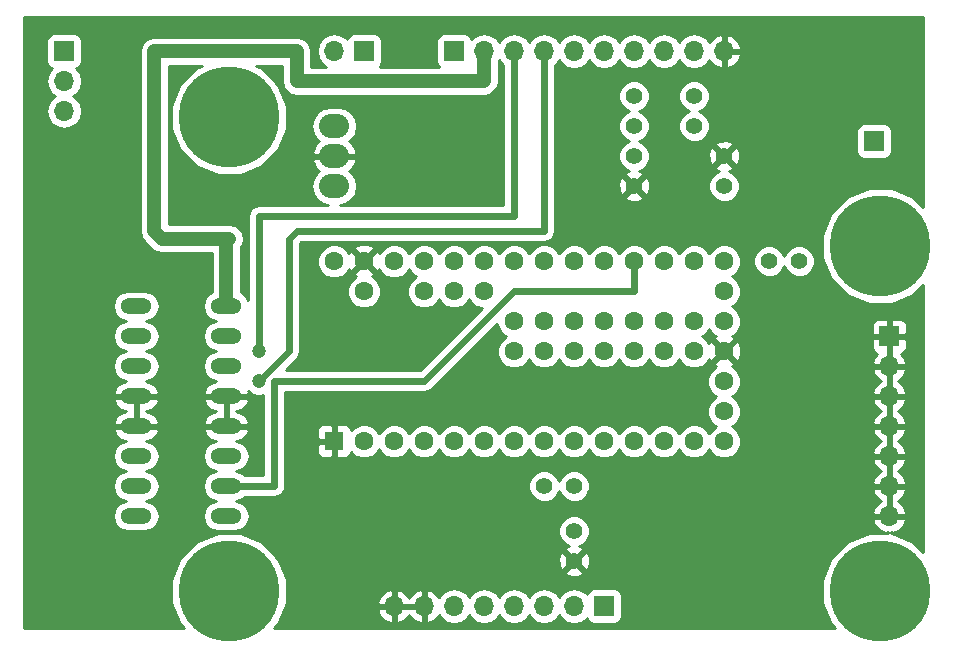
<source format=gbr>
G04 #@! TF.FileFunction,Copper,L2,Bot,Signal*
%FSLAX46Y46*%
G04 Gerber Fmt 4.6, Leading zero omitted, Abs format (unit mm)*
G04 Created by KiCad (PCBNEW 4.0.6) date Wed Sep 27 08:45:41 2017*
%MOMM*%
%LPD*%
G01*
G04 APERTURE LIST*
%ADD10C,0.100000*%
%ADD11O,2.641600X1.320800*%
%ADD12R,1.700000X1.700000*%
%ADD13O,1.700000X1.700000*%
%ADD14C,1.397000*%
%ADD15C,1.600000*%
%ADD16R,1.600000X1.600000*%
%ADD17O,2.540000X2.032000*%
%ADD18C,8.500000*%
%ADD19C,1.200000*%
%ADD20C,0.600000*%
%ADD21C,1.200000*%
%ADD22C,0.254000*%
G04 APERTURE END LIST*
D10*
D11*
X101346000Y-140970000D03*
X101346000Y-138430000D03*
X101346000Y-125730000D03*
X101346000Y-123190000D03*
X101346000Y-135890000D03*
X101346000Y-133350000D03*
X101346000Y-128270000D03*
X101346000Y-130810000D03*
X93726000Y-123190000D03*
X93726000Y-125730000D03*
X93726000Y-128270000D03*
X93726000Y-130810000D03*
X93726000Y-133350000D03*
X93726000Y-135890000D03*
X93726000Y-138430000D03*
X93726000Y-140970000D03*
D12*
X133350000Y-148590000D03*
D13*
X130810000Y-148590000D03*
X128270000Y-148590000D03*
X125730000Y-148590000D03*
X123190000Y-148590000D03*
X120650000Y-148590000D03*
X118110000Y-148590000D03*
X115570000Y-148590000D03*
D12*
X156210000Y-109220000D03*
X87630000Y-101600000D03*
D13*
X87630000Y-104140000D03*
X87630000Y-106680000D03*
D12*
X157480000Y-125730000D03*
D13*
X157480000Y-128270000D03*
X157480000Y-130810000D03*
X157480000Y-133350000D03*
X157480000Y-135890000D03*
X157480000Y-138430000D03*
X157480000Y-140970000D03*
D12*
X120650000Y-101600000D03*
D13*
X123190000Y-101600000D03*
X125730000Y-101600000D03*
X128270000Y-101600000D03*
X130810000Y-101600000D03*
X133350000Y-101600000D03*
X135890000Y-101600000D03*
X138430000Y-101600000D03*
X140970000Y-101600000D03*
X143510000Y-101600000D03*
D14*
X149860000Y-119380000D03*
X147320000Y-119380000D03*
X135890000Y-110490000D03*
X135890000Y-113030000D03*
X135890000Y-105410000D03*
X135890000Y-107950000D03*
X130810000Y-138430000D03*
X128270000Y-138430000D03*
X130810000Y-142240000D03*
X130810000Y-144780000D03*
X143510000Y-113030000D03*
X143510000Y-110490000D03*
X140970000Y-105410000D03*
X140970000Y-107950000D03*
D12*
X113030000Y-101600000D03*
D13*
X110490000Y-101600000D03*
D15*
X143510000Y-127000000D03*
X143510000Y-124460000D03*
X143510000Y-121920000D03*
X143510000Y-119380000D03*
X143510000Y-129540000D03*
X143510000Y-132080000D03*
X143510000Y-134620000D03*
X140970000Y-119380000D03*
X138430000Y-119380000D03*
X135890000Y-119380000D03*
X133350000Y-119380000D03*
X130810000Y-119380000D03*
X128270000Y-119380000D03*
X125730000Y-119380000D03*
X123190000Y-119380000D03*
X120650000Y-119380000D03*
X118110000Y-119380000D03*
X115570000Y-119380000D03*
X113030000Y-119380000D03*
X110490000Y-119380000D03*
X113030000Y-121920000D03*
X118110000Y-121920000D03*
X120650000Y-121920000D03*
X123190000Y-121920000D03*
X140970000Y-134620000D03*
X138430000Y-134620000D03*
X135890000Y-134620000D03*
X133350000Y-134620000D03*
X130810000Y-134620000D03*
X128270000Y-134620000D03*
X125730000Y-134620000D03*
X123190000Y-134620000D03*
X120650000Y-134620000D03*
X118110000Y-134620000D03*
X115570000Y-134620000D03*
X113030000Y-134620000D03*
D16*
X110490000Y-134620000D03*
D15*
X125730000Y-127000000D03*
X128270000Y-127000000D03*
X130810000Y-127000000D03*
X133350000Y-127000000D03*
X135890000Y-127000000D03*
X138430000Y-127000000D03*
X140970000Y-127000000D03*
X140970000Y-124460000D03*
X138430000Y-124460000D03*
X135890000Y-124460000D03*
X133350000Y-124460000D03*
X130810000Y-124460000D03*
X128270000Y-124460000D03*
X125730000Y-124460000D03*
D17*
X110490000Y-110490000D03*
X110490000Y-113030000D03*
X110490000Y-107950000D03*
D18*
X101600000Y-147320000D03*
X101600000Y-107188000D03*
X156718000Y-147320000D03*
X156718000Y-118110000D03*
D19*
X104140000Y-127000000D03*
X104140000Y-129540000D03*
D20*
X135890000Y-119380000D02*
X135890000Y-121920000D01*
X105410000Y-138430000D02*
X101346000Y-138430000D01*
X105410000Y-129540000D02*
X105410000Y-138430000D01*
X118110000Y-129540000D02*
X105410000Y-129540000D01*
X125730000Y-121920000D02*
X118110000Y-129540000D01*
X135890000Y-121920000D02*
X125730000Y-121920000D01*
D21*
X123190000Y-101600000D02*
X123190000Y-104140000D01*
X101346000Y-117729000D02*
X101346000Y-123190000D01*
X101600000Y-117475000D02*
X101346000Y-117729000D01*
X95885000Y-117475000D02*
X101600000Y-117475000D01*
X95250000Y-116840000D02*
X95885000Y-117475000D01*
X95250000Y-101600000D02*
X95250000Y-116840000D01*
X107315000Y-101600000D02*
X95250000Y-101600000D01*
X107315000Y-104140000D02*
X107315000Y-101600000D01*
X123190000Y-104140000D02*
X107315000Y-104140000D01*
D20*
X125730000Y-115570000D02*
X125730000Y-101600000D01*
X104140000Y-115570000D02*
X125730000Y-115570000D01*
X104140000Y-127000000D02*
X104140000Y-115570000D01*
X128270000Y-116840000D02*
X128270000Y-101600000D01*
X107315000Y-116840000D02*
X128270000Y-116840000D01*
X106680000Y-117475000D02*
X107315000Y-116840000D01*
X106680000Y-127000000D02*
X106680000Y-117475000D01*
X104140000Y-129540000D02*
X106680000Y-127000000D01*
D22*
G36*
X160351000Y-114834877D02*
X159488743Y-113971113D01*
X157693950Y-113225850D01*
X155750576Y-113224154D01*
X153954485Y-113966284D01*
X152579113Y-115339257D01*
X151833850Y-117134050D01*
X151832154Y-119077424D01*
X152574284Y-120873515D01*
X153947257Y-122248887D01*
X155742050Y-122994150D01*
X157685424Y-122995846D01*
X159481515Y-122253716D01*
X160351000Y-121385748D01*
X160351000Y-144044877D01*
X159488743Y-143181113D01*
X157693950Y-142435850D01*
X157607002Y-142435774D01*
X157607002Y-142290820D01*
X157836892Y-142411486D01*
X158361358Y-142165183D01*
X158751645Y-141736924D01*
X158921476Y-141326890D01*
X158800155Y-141097000D01*
X157607000Y-141097000D01*
X157607000Y-141117000D01*
X157353000Y-141117000D01*
X157353000Y-141097000D01*
X156159845Y-141097000D01*
X156038524Y-141326890D01*
X156208355Y-141736924D01*
X156598642Y-142165183D01*
X157123108Y-142411486D01*
X157352998Y-142290820D01*
X157352998Y-142435552D01*
X155750576Y-142434154D01*
X153954485Y-143176284D01*
X152579113Y-144549257D01*
X151833850Y-146344050D01*
X151832154Y-148287424D01*
X152574284Y-150083515D01*
X152935138Y-150445000D01*
X105384011Y-150445000D01*
X105738887Y-150090743D01*
X106213855Y-148946892D01*
X114128514Y-148946892D01*
X114374817Y-149471358D01*
X114803076Y-149861645D01*
X115213110Y-150031476D01*
X115443000Y-149910155D01*
X115443000Y-148717000D01*
X115697000Y-148717000D01*
X115697000Y-149910155D01*
X115926890Y-150031476D01*
X116336924Y-149861645D01*
X116765183Y-149471358D01*
X116840000Y-149312046D01*
X116914817Y-149471358D01*
X117343076Y-149861645D01*
X117753110Y-150031476D01*
X117983000Y-149910155D01*
X117983000Y-148717000D01*
X115697000Y-148717000D01*
X115443000Y-148717000D01*
X114249181Y-148717000D01*
X114128514Y-148946892D01*
X106213855Y-148946892D01*
X106484150Y-148295950D01*
X106484204Y-148233108D01*
X114128514Y-148233108D01*
X114249181Y-148463000D01*
X115443000Y-148463000D01*
X115443000Y-147269845D01*
X115697000Y-147269845D01*
X115697000Y-148463000D01*
X117983000Y-148463000D01*
X117983000Y-147269845D01*
X118237000Y-147269845D01*
X118237000Y-148463000D01*
X118257000Y-148463000D01*
X118257000Y-148717000D01*
X118237000Y-148717000D01*
X118237000Y-149910155D01*
X118466890Y-150031476D01*
X118876924Y-149861645D01*
X119305183Y-149471358D01*
X119372298Y-149328447D01*
X119599946Y-149669147D01*
X120081715Y-149991054D01*
X120650000Y-150104093D01*
X121218285Y-149991054D01*
X121700054Y-149669147D01*
X121920000Y-149339974D01*
X122139946Y-149669147D01*
X122621715Y-149991054D01*
X123190000Y-150104093D01*
X123758285Y-149991054D01*
X124240054Y-149669147D01*
X124460000Y-149339974D01*
X124679946Y-149669147D01*
X125161715Y-149991054D01*
X125730000Y-150104093D01*
X126298285Y-149991054D01*
X126780054Y-149669147D01*
X127000000Y-149339974D01*
X127219946Y-149669147D01*
X127701715Y-149991054D01*
X128270000Y-150104093D01*
X128838285Y-149991054D01*
X129320054Y-149669147D01*
X129540000Y-149339974D01*
X129759946Y-149669147D01*
X130241715Y-149991054D01*
X130810000Y-150104093D01*
X131378285Y-149991054D01*
X131860054Y-149669147D01*
X131887850Y-149627548D01*
X131896838Y-149675317D01*
X132035910Y-149891441D01*
X132248110Y-150036431D01*
X132500000Y-150087440D01*
X134200000Y-150087440D01*
X134435317Y-150043162D01*
X134651441Y-149904090D01*
X134796431Y-149691890D01*
X134847440Y-149440000D01*
X134847440Y-147740000D01*
X134803162Y-147504683D01*
X134664090Y-147288559D01*
X134451890Y-147143569D01*
X134200000Y-147092560D01*
X132500000Y-147092560D01*
X132264683Y-147136838D01*
X132048559Y-147275910D01*
X131903569Y-147488110D01*
X131889914Y-147555541D01*
X131860054Y-147510853D01*
X131378285Y-147188946D01*
X130810000Y-147075907D01*
X130241715Y-147188946D01*
X129759946Y-147510853D01*
X129540000Y-147840026D01*
X129320054Y-147510853D01*
X128838285Y-147188946D01*
X128270000Y-147075907D01*
X127701715Y-147188946D01*
X127219946Y-147510853D01*
X127000000Y-147840026D01*
X126780054Y-147510853D01*
X126298285Y-147188946D01*
X125730000Y-147075907D01*
X125161715Y-147188946D01*
X124679946Y-147510853D01*
X124460000Y-147840026D01*
X124240054Y-147510853D01*
X123758285Y-147188946D01*
X123190000Y-147075907D01*
X122621715Y-147188946D01*
X122139946Y-147510853D01*
X121920000Y-147840026D01*
X121700054Y-147510853D01*
X121218285Y-147188946D01*
X120650000Y-147075907D01*
X120081715Y-147188946D01*
X119599946Y-147510853D01*
X119372298Y-147851553D01*
X119305183Y-147708642D01*
X118876924Y-147318355D01*
X118466890Y-147148524D01*
X118237000Y-147269845D01*
X117983000Y-147269845D01*
X117753110Y-147148524D01*
X117343076Y-147318355D01*
X116914817Y-147708642D01*
X116840000Y-147867954D01*
X116765183Y-147708642D01*
X116336924Y-147318355D01*
X115926890Y-147148524D01*
X115697000Y-147269845D01*
X115443000Y-147269845D01*
X115213110Y-147148524D01*
X114803076Y-147318355D01*
X114374817Y-147708642D01*
X114128514Y-148233108D01*
X106484204Y-148233108D01*
X106485846Y-146352576D01*
X106222070Y-145714188D01*
X130055417Y-145714188D01*
X130117071Y-145949800D01*
X130617480Y-146125927D01*
X131147199Y-146097148D01*
X131502929Y-145949800D01*
X131564583Y-145714188D01*
X130810000Y-144959605D01*
X130055417Y-145714188D01*
X106222070Y-145714188D01*
X105756523Y-144587480D01*
X129464073Y-144587480D01*
X129492852Y-145117199D01*
X129640200Y-145472929D01*
X129875812Y-145534583D01*
X130630395Y-144780000D01*
X130989605Y-144780000D01*
X131744188Y-145534583D01*
X131979800Y-145472929D01*
X132155927Y-144972520D01*
X132127148Y-144442801D01*
X131979800Y-144087071D01*
X131744188Y-144025417D01*
X130989605Y-144780000D01*
X130630395Y-144780000D01*
X129875812Y-144025417D01*
X129640200Y-144087071D01*
X129464073Y-144587480D01*
X105756523Y-144587480D01*
X105743716Y-144556485D01*
X104370743Y-143181113D01*
X102740281Y-142504086D01*
X129476269Y-142504086D01*
X129678854Y-142994380D01*
X130053647Y-143369827D01*
X130375118Y-143503314D01*
X130117071Y-143610200D01*
X130055417Y-143845812D01*
X130810000Y-144600395D01*
X131564583Y-143845812D01*
X131502929Y-143610200D01*
X131223688Y-143511917D01*
X131564380Y-143371146D01*
X131939827Y-142996353D01*
X132143268Y-142506413D01*
X132143731Y-141975914D01*
X131941146Y-141485620D01*
X131566353Y-141110173D01*
X131076413Y-140906732D01*
X130545914Y-140906269D01*
X130055620Y-141108854D01*
X129680173Y-141483647D01*
X129476732Y-141973587D01*
X129476269Y-142504086D01*
X102740281Y-142504086D01*
X102575950Y-142435850D01*
X100632576Y-142434154D01*
X98836485Y-143176284D01*
X97461113Y-144549257D01*
X96715850Y-146344050D01*
X96714154Y-148287424D01*
X97456284Y-150083515D01*
X97817138Y-150445000D01*
X84251000Y-150445000D01*
X84251000Y-135890000D01*
X91731884Y-135890000D01*
X91830490Y-136385728D01*
X92111298Y-136805986D01*
X92531556Y-137086794D01*
X92899589Y-137160000D01*
X92531556Y-137233206D01*
X92111298Y-137514014D01*
X91830490Y-137934272D01*
X91731884Y-138430000D01*
X91830490Y-138925728D01*
X92111298Y-139345986D01*
X92531556Y-139626794D01*
X92899589Y-139700000D01*
X92531556Y-139773206D01*
X92111298Y-140054014D01*
X91830490Y-140474272D01*
X91731884Y-140970000D01*
X91830490Y-141465728D01*
X92111298Y-141885986D01*
X92531556Y-142166794D01*
X93027284Y-142265400D01*
X94424716Y-142265400D01*
X94920444Y-142166794D01*
X95340702Y-141885986D01*
X95621510Y-141465728D01*
X95720116Y-140970000D01*
X95621510Y-140474272D01*
X95340702Y-140054014D01*
X94920444Y-139773206D01*
X94552411Y-139700000D01*
X94920444Y-139626794D01*
X95340702Y-139345986D01*
X95621510Y-138925728D01*
X95720116Y-138430000D01*
X95621510Y-137934272D01*
X95340702Y-137514014D01*
X94920444Y-137233206D01*
X94552411Y-137160000D01*
X94920444Y-137086794D01*
X95340702Y-136805986D01*
X95621510Y-136385728D01*
X95720116Y-135890000D01*
X95621510Y-135394272D01*
X95340702Y-134974014D01*
X94920444Y-134693206D01*
X94579486Y-134625385D01*
X94999461Y-134498193D01*
X95392189Y-134176184D01*
X95631795Y-133728396D01*
X95639820Y-133677105D01*
X95515933Y-133477000D01*
X93853000Y-133477000D01*
X93853000Y-133497000D01*
X93599000Y-133497000D01*
X93599000Y-133477000D01*
X91936067Y-133477000D01*
X91812180Y-133677105D01*
X91820205Y-133728396D01*
X92059811Y-134176184D01*
X92452539Y-134498193D01*
X92872514Y-134625385D01*
X92531556Y-134693206D01*
X92111298Y-134974014D01*
X91830490Y-135394272D01*
X91731884Y-135890000D01*
X84251000Y-135890000D01*
X84251000Y-131137105D01*
X91812180Y-131137105D01*
X91820205Y-131188396D01*
X92059811Y-131636184D01*
X92452539Y-131958193D01*
X92854732Y-132080000D01*
X92452539Y-132201807D01*
X92059811Y-132523816D01*
X91820205Y-132971604D01*
X91812180Y-133022895D01*
X91936067Y-133223000D01*
X93599000Y-133223000D01*
X93599000Y-130937000D01*
X93853000Y-130937000D01*
X93853000Y-133223000D01*
X95515933Y-133223000D01*
X95639820Y-133022895D01*
X95631795Y-132971604D01*
X95392189Y-132523816D01*
X94999461Y-132201807D01*
X94597268Y-132080000D01*
X94999461Y-131958193D01*
X95392189Y-131636184D01*
X95631795Y-131188396D01*
X95639820Y-131137105D01*
X99432180Y-131137105D01*
X99440205Y-131188396D01*
X99679811Y-131636184D01*
X100072539Y-131958193D01*
X100474732Y-132080000D01*
X100072539Y-132201807D01*
X99679811Y-132523816D01*
X99440205Y-132971604D01*
X99432180Y-133022895D01*
X99556067Y-133223000D01*
X101219000Y-133223000D01*
X101219000Y-130937000D01*
X101473000Y-130937000D01*
X101473000Y-133223000D01*
X103135933Y-133223000D01*
X103259820Y-133022895D01*
X103251795Y-132971604D01*
X103012189Y-132523816D01*
X102619461Y-132201807D01*
X102217268Y-132080000D01*
X102619461Y-131958193D01*
X103012189Y-131636184D01*
X103251795Y-131188396D01*
X103259820Y-131137105D01*
X103135933Y-130937000D01*
X101473000Y-130937000D01*
X101219000Y-130937000D01*
X99556067Y-130937000D01*
X99432180Y-131137105D01*
X95639820Y-131137105D01*
X95515933Y-130937000D01*
X93853000Y-130937000D01*
X93599000Y-130937000D01*
X91936067Y-130937000D01*
X91812180Y-131137105D01*
X84251000Y-131137105D01*
X84251000Y-123190000D01*
X91731884Y-123190000D01*
X91830490Y-123685728D01*
X92111298Y-124105986D01*
X92531556Y-124386794D01*
X92899589Y-124460000D01*
X92531556Y-124533206D01*
X92111298Y-124814014D01*
X91830490Y-125234272D01*
X91731884Y-125730000D01*
X91830490Y-126225728D01*
X92111298Y-126645986D01*
X92531556Y-126926794D01*
X92899589Y-127000000D01*
X92531556Y-127073206D01*
X92111298Y-127354014D01*
X91830490Y-127774272D01*
X91731884Y-128270000D01*
X91830490Y-128765728D01*
X92111298Y-129185986D01*
X92531556Y-129466794D01*
X92872514Y-129534615D01*
X92452539Y-129661807D01*
X92059811Y-129983816D01*
X91820205Y-130431604D01*
X91812180Y-130482895D01*
X91936067Y-130683000D01*
X93599000Y-130683000D01*
X93599000Y-130663000D01*
X93853000Y-130663000D01*
X93853000Y-130683000D01*
X95515933Y-130683000D01*
X95639820Y-130482895D01*
X95631795Y-130431604D01*
X95392189Y-129983816D01*
X94999461Y-129661807D01*
X94579486Y-129534615D01*
X94920444Y-129466794D01*
X95340702Y-129185986D01*
X95621510Y-128765728D01*
X95720116Y-128270000D01*
X95621510Y-127774272D01*
X95340702Y-127354014D01*
X94920444Y-127073206D01*
X94552411Y-127000000D01*
X94920444Y-126926794D01*
X95340702Y-126645986D01*
X95621510Y-126225728D01*
X95720116Y-125730000D01*
X95621510Y-125234272D01*
X95340702Y-124814014D01*
X94920444Y-124533206D01*
X94552411Y-124460000D01*
X94920444Y-124386794D01*
X95340702Y-124105986D01*
X95621510Y-123685728D01*
X95720116Y-123190000D01*
X95621510Y-122694272D01*
X95340702Y-122274014D01*
X94920444Y-121993206D01*
X94424716Y-121894600D01*
X93027284Y-121894600D01*
X92531556Y-121993206D01*
X92111298Y-122274014D01*
X91830490Y-122694272D01*
X91731884Y-123190000D01*
X84251000Y-123190000D01*
X84251000Y-104140000D01*
X86115907Y-104140000D01*
X86228946Y-104708285D01*
X86550853Y-105190054D01*
X86880026Y-105410000D01*
X86550853Y-105629946D01*
X86228946Y-106111715D01*
X86115907Y-106680000D01*
X86228946Y-107248285D01*
X86550853Y-107730054D01*
X87032622Y-108051961D01*
X87600907Y-108165000D01*
X87659093Y-108165000D01*
X88227378Y-108051961D01*
X88709147Y-107730054D01*
X89031054Y-107248285D01*
X89144093Y-106680000D01*
X89031054Y-106111715D01*
X88709147Y-105629946D01*
X88379974Y-105410000D01*
X88709147Y-105190054D01*
X89031054Y-104708285D01*
X89144093Y-104140000D01*
X89031054Y-103571715D01*
X88709147Y-103089946D01*
X88667548Y-103062150D01*
X88715317Y-103053162D01*
X88931441Y-102914090D01*
X89076431Y-102701890D01*
X89127440Y-102450000D01*
X89127440Y-101600000D01*
X94015000Y-101600000D01*
X94015000Y-116840000D01*
X94109009Y-117312614D01*
X94376723Y-117713277D01*
X95011723Y-118348277D01*
X95412386Y-118615991D01*
X95885000Y-118710000D01*
X100111000Y-118710000D01*
X100111000Y-122020305D01*
X99731298Y-122274014D01*
X99450490Y-122694272D01*
X99351884Y-123190000D01*
X99450490Y-123685728D01*
X99731298Y-124105986D01*
X100151556Y-124386794D01*
X100519589Y-124460000D01*
X100151556Y-124533206D01*
X99731298Y-124814014D01*
X99450490Y-125234272D01*
X99351884Y-125730000D01*
X99450490Y-126225728D01*
X99731298Y-126645986D01*
X100151556Y-126926794D01*
X100519589Y-127000000D01*
X100151556Y-127073206D01*
X99731298Y-127354014D01*
X99450490Y-127774272D01*
X99351884Y-128270000D01*
X99450490Y-128765728D01*
X99731298Y-129185986D01*
X100151556Y-129466794D01*
X100492514Y-129534615D01*
X100072539Y-129661807D01*
X99679811Y-129983816D01*
X99440205Y-130431604D01*
X99432180Y-130482895D01*
X99556067Y-130683000D01*
X101219000Y-130683000D01*
X101219000Y-130663000D01*
X101473000Y-130663000D01*
X101473000Y-130683000D01*
X103135933Y-130683000D01*
X103259820Y-130482895D01*
X103251795Y-130431604D01*
X103213413Y-130359873D01*
X103439515Y-130586371D01*
X103893266Y-130774785D01*
X104384579Y-130775214D01*
X104475000Y-130737853D01*
X104475000Y-137495000D01*
X102932246Y-137495000D01*
X102540444Y-137233206D01*
X102172411Y-137160000D01*
X102540444Y-137086794D01*
X102960702Y-136805986D01*
X103241510Y-136385728D01*
X103340116Y-135890000D01*
X103241510Y-135394272D01*
X102960702Y-134974014D01*
X102540444Y-134693206D01*
X102199486Y-134625385D01*
X102619461Y-134498193D01*
X103012189Y-134176184D01*
X103251795Y-133728396D01*
X103259820Y-133677105D01*
X103135933Y-133477000D01*
X101473000Y-133477000D01*
X101473000Y-133497000D01*
X101219000Y-133497000D01*
X101219000Y-133477000D01*
X99556067Y-133477000D01*
X99432180Y-133677105D01*
X99440205Y-133728396D01*
X99679811Y-134176184D01*
X100072539Y-134498193D01*
X100492514Y-134625385D01*
X100151556Y-134693206D01*
X99731298Y-134974014D01*
X99450490Y-135394272D01*
X99351884Y-135890000D01*
X99450490Y-136385728D01*
X99731298Y-136805986D01*
X100151556Y-137086794D01*
X100519589Y-137160000D01*
X100151556Y-137233206D01*
X99731298Y-137514014D01*
X99450490Y-137934272D01*
X99351884Y-138430000D01*
X99450490Y-138925728D01*
X99731298Y-139345986D01*
X100151556Y-139626794D01*
X100519589Y-139700000D01*
X100151556Y-139773206D01*
X99731298Y-140054014D01*
X99450490Y-140474272D01*
X99351884Y-140970000D01*
X99450490Y-141465728D01*
X99731298Y-141885986D01*
X100151556Y-142166794D01*
X100647284Y-142265400D01*
X102044716Y-142265400D01*
X102540444Y-142166794D01*
X102960702Y-141885986D01*
X103241510Y-141465728D01*
X103340116Y-140970000D01*
X103241510Y-140474272D01*
X102960702Y-140054014D01*
X102540444Y-139773206D01*
X102172411Y-139700000D01*
X102540444Y-139626794D01*
X102932246Y-139365000D01*
X105410000Y-139365000D01*
X105767809Y-139293827D01*
X106071145Y-139091145D01*
X106273827Y-138787809D01*
X106292469Y-138694086D01*
X126936269Y-138694086D01*
X127138854Y-139184380D01*
X127513647Y-139559827D01*
X128003587Y-139763268D01*
X128534086Y-139763731D01*
X129024380Y-139561146D01*
X129399827Y-139186353D01*
X129540094Y-138848554D01*
X129678854Y-139184380D01*
X130053647Y-139559827D01*
X130543587Y-139763268D01*
X131074086Y-139763731D01*
X131564380Y-139561146D01*
X131939827Y-139186353D01*
X132105698Y-138786890D01*
X156038524Y-138786890D01*
X156208355Y-139196924D01*
X156598642Y-139625183D01*
X156757954Y-139700000D01*
X156598642Y-139774817D01*
X156208355Y-140203076D01*
X156038524Y-140613110D01*
X156159845Y-140843000D01*
X157353000Y-140843000D01*
X157353000Y-138557000D01*
X157607000Y-138557000D01*
X157607000Y-140843000D01*
X158800155Y-140843000D01*
X158921476Y-140613110D01*
X158751645Y-140203076D01*
X158361358Y-139774817D01*
X158202046Y-139700000D01*
X158361358Y-139625183D01*
X158751645Y-139196924D01*
X158921476Y-138786890D01*
X158800155Y-138557000D01*
X157607000Y-138557000D01*
X157353000Y-138557000D01*
X156159845Y-138557000D01*
X156038524Y-138786890D01*
X132105698Y-138786890D01*
X132143268Y-138696413D01*
X132143731Y-138165914D01*
X131941146Y-137675620D01*
X131566353Y-137300173D01*
X131076413Y-137096732D01*
X130545914Y-137096269D01*
X130055620Y-137298854D01*
X129680173Y-137673647D01*
X129539906Y-138011446D01*
X129401146Y-137675620D01*
X129026353Y-137300173D01*
X128536413Y-137096732D01*
X128005914Y-137096269D01*
X127515620Y-137298854D01*
X127140173Y-137673647D01*
X126936732Y-138163587D01*
X126936269Y-138694086D01*
X106292469Y-138694086D01*
X106345000Y-138430000D01*
X106345000Y-136246890D01*
X156038524Y-136246890D01*
X156208355Y-136656924D01*
X156598642Y-137085183D01*
X156757954Y-137160000D01*
X156598642Y-137234817D01*
X156208355Y-137663076D01*
X156038524Y-138073110D01*
X156159845Y-138303000D01*
X157353000Y-138303000D01*
X157353000Y-136017000D01*
X157607000Y-136017000D01*
X157607000Y-138303000D01*
X158800155Y-138303000D01*
X158921476Y-138073110D01*
X158751645Y-137663076D01*
X158361358Y-137234817D01*
X158202046Y-137160000D01*
X158361358Y-137085183D01*
X158751645Y-136656924D01*
X158921476Y-136246890D01*
X158800155Y-136017000D01*
X157607000Y-136017000D01*
X157353000Y-136017000D01*
X156159845Y-136017000D01*
X156038524Y-136246890D01*
X106345000Y-136246890D01*
X106345000Y-134905750D01*
X109055000Y-134905750D01*
X109055000Y-135546310D01*
X109151673Y-135779699D01*
X109330302Y-135958327D01*
X109563691Y-136055000D01*
X110204250Y-136055000D01*
X110363000Y-135896250D01*
X110363000Y-134747000D01*
X109213750Y-134747000D01*
X109055000Y-134905750D01*
X106345000Y-134905750D01*
X106345000Y-133693690D01*
X109055000Y-133693690D01*
X109055000Y-134334250D01*
X109213750Y-134493000D01*
X110363000Y-134493000D01*
X110363000Y-133343750D01*
X110617000Y-133343750D01*
X110617000Y-134493000D01*
X110637000Y-134493000D01*
X110637000Y-134747000D01*
X110617000Y-134747000D01*
X110617000Y-135896250D01*
X110775750Y-136055000D01*
X111416309Y-136055000D01*
X111649698Y-135958327D01*
X111828327Y-135779699D01*
X111925000Y-135546310D01*
X111925000Y-135544239D01*
X112216077Y-135835824D01*
X112743309Y-136054750D01*
X113314187Y-136055248D01*
X113841800Y-135837243D01*
X114245824Y-135433923D01*
X114299862Y-135303785D01*
X114352757Y-135431800D01*
X114756077Y-135835824D01*
X115283309Y-136054750D01*
X115854187Y-136055248D01*
X116381800Y-135837243D01*
X116785824Y-135433923D01*
X116839862Y-135303785D01*
X116892757Y-135431800D01*
X117296077Y-135835824D01*
X117823309Y-136054750D01*
X118394187Y-136055248D01*
X118921800Y-135837243D01*
X119325824Y-135433923D01*
X119379862Y-135303785D01*
X119432757Y-135431800D01*
X119836077Y-135835824D01*
X120363309Y-136054750D01*
X120934187Y-136055248D01*
X121461800Y-135837243D01*
X121865824Y-135433923D01*
X121919862Y-135303785D01*
X121972757Y-135431800D01*
X122376077Y-135835824D01*
X122903309Y-136054750D01*
X123474187Y-136055248D01*
X124001800Y-135837243D01*
X124405824Y-135433923D01*
X124459862Y-135303785D01*
X124512757Y-135431800D01*
X124916077Y-135835824D01*
X125443309Y-136054750D01*
X126014187Y-136055248D01*
X126541800Y-135837243D01*
X126945824Y-135433923D01*
X126999862Y-135303785D01*
X127052757Y-135431800D01*
X127456077Y-135835824D01*
X127983309Y-136054750D01*
X128554187Y-136055248D01*
X129081800Y-135837243D01*
X129485824Y-135433923D01*
X129539862Y-135303785D01*
X129592757Y-135431800D01*
X129996077Y-135835824D01*
X130523309Y-136054750D01*
X131094187Y-136055248D01*
X131621800Y-135837243D01*
X132025824Y-135433923D01*
X132079862Y-135303785D01*
X132132757Y-135431800D01*
X132536077Y-135835824D01*
X133063309Y-136054750D01*
X133634187Y-136055248D01*
X134161800Y-135837243D01*
X134565824Y-135433923D01*
X134619862Y-135303785D01*
X134672757Y-135431800D01*
X135076077Y-135835824D01*
X135603309Y-136054750D01*
X136174187Y-136055248D01*
X136701800Y-135837243D01*
X137105824Y-135433923D01*
X137159862Y-135303785D01*
X137212757Y-135431800D01*
X137616077Y-135835824D01*
X138143309Y-136054750D01*
X138714187Y-136055248D01*
X139241800Y-135837243D01*
X139645824Y-135433923D01*
X139699862Y-135303785D01*
X139752757Y-135431800D01*
X140156077Y-135835824D01*
X140683309Y-136054750D01*
X141254187Y-136055248D01*
X141781800Y-135837243D01*
X142185824Y-135433923D01*
X142239862Y-135303785D01*
X142292757Y-135431800D01*
X142696077Y-135835824D01*
X143223309Y-136054750D01*
X143794187Y-136055248D01*
X144321800Y-135837243D01*
X144725824Y-135433923D01*
X144944750Y-134906691D01*
X144945248Y-134335813D01*
X144727243Y-133808200D01*
X144626110Y-133706890D01*
X156038524Y-133706890D01*
X156208355Y-134116924D01*
X156598642Y-134545183D01*
X156757954Y-134620000D01*
X156598642Y-134694817D01*
X156208355Y-135123076D01*
X156038524Y-135533110D01*
X156159845Y-135763000D01*
X157353000Y-135763000D01*
X157353000Y-133477000D01*
X157607000Y-133477000D01*
X157607000Y-135763000D01*
X158800155Y-135763000D01*
X158921476Y-135533110D01*
X158751645Y-135123076D01*
X158361358Y-134694817D01*
X158202046Y-134620000D01*
X158361358Y-134545183D01*
X158751645Y-134116924D01*
X158921476Y-133706890D01*
X158800155Y-133477000D01*
X157607000Y-133477000D01*
X157353000Y-133477000D01*
X156159845Y-133477000D01*
X156038524Y-133706890D01*
X144626110Y-133706890D01*
X144323923Y-133404176D01*
X144193785Y-133350138D01*
X144321800Y-133297243D01*
X144725824Y-132893923D01*
X144944750Y-132366691D01*
X144945248Y-131795813D01*
X144727243Y-131268200D01*
X144626110Y-131166890D01*
X156038524Y-131166890D01*
X156208355Y-131576924D01*
X156598642Y-132005183D01*
X156757954Y-132080000D01*
X156598642Y-132154817D01*
X156208355Y-132583076D01*
X156038524Y-132993110D01*
X156159845Y-133223000D01*
X157353000Y-133223000D01*
X157353000Y-130937000D01*
X157607000Y-130937000D01*
X157607000Y-133223000D01*
X158800155Y-133223000D01*
X158921476Y-132993110D01*
X158751645Y-132583076D01*
X158361358Y-132154817D01*
X158202046Y-132080000D01*
X158361358Y-132005183D01*
X158751645Y-131576924D01*
X158921476Y-131166890D01*
X158800155Y-130937000D01*
X157607000Y-130937000D01*
X157353000Y-130937000D01*
X156159845Y-130937000D01*
X156038524Y-131166890D01*
X144626110Y-131166890D01*
X144323923Y-130864176D01*
X144193785Y-130810138D01*
X144321800Y-130757243D01*
X144725824Y-130353923D01*
X144944750Y-129826691D01*
X144945248Y-129255813D01*
X144727243Y-128728200D01*
X144626110Y-128626890D01*
X156038524Y-128626890D01*
X156208355Y-129036924D01*
X156598642Y-129465183D01*
X156757954Y-129540000D01*
X156598642Y-129614817D01*
X156208355Y-130043076D01*
X156038524Y-130453110D01*
X156159845Y-130683000D01*
X157353000Y-130683000D01*
X157353000Y-128397000D01*
X157607000Y-128397000D01*
X157607000Y-130683000D01*
X158800155Y-130683000D01*
X158921476Y-130453110D01*
X158751645Y-130043076D01*
X158361358Y-129614817D01*
X158202046Y-129540000D01*
X158361358Y-129465183D01*
X158751645Y-129036924D01*
X158921476Y-128626890D01*
X158800155Y-128397000D01*
X157607000Y-128397000D01*
X157353000Y-128397000D01*
X156159845Y-128397000D01*
X156038524Y-128626890D01*
X144626110Y-128626890D01*
X144323923Y-128324176D01*
X144209232Y-128276552D01*
X144264005Y-128253864D01*
X144338139Y-128007745D01*
X143510000Y-127179605D01*
X142681861Y-128007745D01*
X142755995Y-128253864D01*
X142814254Y-128274805D01*
X142698200Y-128322757D01*
X142294176Y-128726077D01*
X142075250Y-129253309D01*
X142074752Y-129824187D01*
X142292757Y-130351800D01*
X142696077Y-130755824D01*
X142826215Y-130809862D01*
X142698200Y-130862757D01*
X142294176Y-131266077D01*
X142075250Y-131793309D01*
X142074752Y-132364187D01*
X142292757Y-132891800D01*
X142696077Y-133295824D01*
X142826215Y-133349862D01*
X142698200Y-133402757D01*
X142294176Y-133806077D01*
X142240138Y-133936215D01*
X142187243Y-133808200D01*
X141783923Y-133404176D01*
X141256691Y-133185250D01*
X140685813Y-133184752D01*
X140158200Y-133402757D01*
X139754176Y-133806077D01*
X139700138Y-133936215D01*
X139647243Y-133808200D01*
X139243923Y-133404176D01*
X138716691Y-133185250D01*
X138145813Y-133184752D01*
X137618200Y-133402757D01*
X137214176Y-133806077D01*
X137160138Y-133936215D01*
X137107243Y-133808200D01*
X136703923Y-133404176D01*
X136176691Y-133185250D01*
X135605813Y-133184752D01*
X135078200Y-133402757D01*
X134674176Y-133806077D01*
X134620138Y-133936215D01*
X134567243Y-133808200D01*
X134163923Y-133404176D01*
X133636691Y-133185250D01*
X133065813Y-133184752D01*
X132538200Y-133402757D01*
X132134176Y-133806077D01*
X132080138Y-133936215D01*
X132027243Y-133808200D01*
X131623923Y-133404176D01*
X131096691Y-133185250D01*
X130525813Y-133184752D01*
X129998200Y-133402757D01*
X129594176Y-133806077D01*
X129540138Y-133936215D01*
X129487243Y-133808200D01*
X129083923Y-133404176D01*
X128556691Y-133185250D01*
X127985813Y-133184752D01*
X127458200Y-133402757D01*
X127054176Y-133806077D01*
X127000138Y-133936215D01*
X126947243Y-133808200D01*
X126543923Y-133404176D01*
X126016691Y-133185250D01*
X125445813Y-133184752D01*
X124918200Y-133402757D01*
X124514176Y-133806077D01*
X124460138Y-133936215D01*
X124407243Y-133808200D01*
X124003923Y-133404176D01*
X123476691Y-133185250D01*
X122905813Y-133184752D01*
X122378200Y-133402757D01*
X121974176Y-133806077D01*
X121920138Y-133936215D01*
X121867243Y-133808200D01*
X121463923Y-133404176D01*
X120936691Y-133185250D01*
X120365813Y-133184752D01*
X119838200Y-133402757D01*
X119434176Y-133806077D01*
X119380138Y-133936215D01*
X119327243Y-133808200D01*
X118923923Y-133404176D01*
X118396691Y-133185250D01*
X117825813Y-133184752D01*
X117298200Y-133402757D01*
X116894176Y-133806077D01*
X116840138Y-133936215D01*
X116787243Y-133808200D01*
X116383923Y-133404176D01*
X115856691Y-133185250D01*
X115285813Y-133184752D01*
X114758200Y-133402757D01*
X114354176Y-133806077D01*
X114300138Y-133936215D01*
X114247243Y-133808200D01*
X113843923Y-133404176D01*
X113316691Y-133185250D01*
X112745813Y-133184752D01*
X112218200Y-133402757D01*
X111925000Y-133695446D01*
X111925000Y-133693690D01*
X111828327Y-133460301D01*
X111649698Y-133281673D01*
X111416309Y-133185000D01*
X110775750Y-133185000D01*
X110617000Y-133343750D01*
X110363000Y-133343750D01*
X110204250Y-133185000D01*
X109563691Y-133185000D01*
X109330302Y-133281673D01*
X109151673Y-133460301D01*
X109055000Y-133693690D01*
X106345000Y-133693690D01*
X106345000Y-130475000D01*
X118110000Y-130475000D01*
X118467809Y-130403827D01*
X118771145Y-130201145D01*
X124294810Y-124677480D01*
X124294752Y-124744187D01*
X124512757Y-125271800D01*
X124916077Y-125675824D01*
X125046215Y-125729862D01*
X124918200Y-125782757D01*
X124514176Y-126186077D01*
X124295250Y-126713309D01*
X124294752Y-127284187D01*
X124512757Y-127811800D01*
X124916077Y-128215824D01*
X125443309Y-128434750D01*
X126014187Y-128435248D01*
X126541800Y-128217243D01*
X126945824Y-127813923D01*
X126999862Y-127683785D01*
X127052757Y-127811800D01*
X127456077Y-128215824D01*
X127983309Y-128434750D01*
X128554187Y-128435248D01*
X129081800Y-128217243D01*
X129485824Y-127813923D01*
X129539862Y-127683785D01*
X129592757Y-127811800D01*
X129996077Y-128215824D01*
X130523309Y-128434750D01*
X131094187Y-128435248D01*
X131621800Y-128217243D01*
X132025824Y-127813923D01*
X132079862Y-127683785D01*
X132132757Y-127811800D01*
X132536077Y-128215824D01*
X133063309Y-128434750D01*
X133634187Y-128435248D01*
X134161800Y-128217243D01*
X134565824Y-127813923D01*
X134619862Y-127683785D01*
X134672757Y-127811800D01*
X135076077Y-128215824D01*
X135603309Y-128434750D01*
X136174187Y-128435248D01*
X136701800Y-128217243D01*
X137105824Y-127813923D01*
X137159862Y-127683785D01*
X137212757Y-127811800D01*
X137616077Y-128215824D01*
X138143309Y-128434750D01*
X138714187Y-128435248D01*
X139241800Y-128217243D01*
X139645824Y-127813923D01*
X139699862Y-127683785D01*
X139752757Y-127811800D01*
X140156077Y-128215824D01*
X140683309Y-128434750D01*
X141254187Y-128435248D01*
X141781800Y-128217243D01*
X142185824Y-127813923D01*
X142233448Y-127699232D01*
X142256136Y-127754005D01*
X142502255Y-127828139D01*
X143330395Y-127000000D01*
X143689605Y-127000000D01*
X144517745Y-127828139D01*
X144763864Y-127754005D01*
X144956965Y-127216777D01*
X144929778Y-126646546D01*
X144763864Y-126245995D01*
X144517745Y-126171861D01*
X143689605Y-127000000D01*
X143330395Y-127000000D01*
X142502255Y-126171861D01*
X142256136Y-126245995D01*
X142235195Y-126304254D01*
X142187243Y-126188200D01*
X141783923Y-125784176D01*
X141653785Y-125730138D01*
X141781800Y-125677243D01*
X142185824Y-125273923D01*
X142239862Y-125143785D01*
X142292757Y-125271800D01*
X142696077Y-125675824D01*
X142810768Y-125723448D01*
X142755995Y-125746136D01*
X142681861Y-125992255D01*
X143510000Y-126820395D01*
X144314644Y-126015750D01*
X155995000Y-126015750D01*
X155995000Y-126706310D01*
X156091673Y-126939699D01*
X156270302Y-127118327D01*
X156479878Y-127205136D01*
X156208355Y-127503076D01*
X156038524Y-127913110D01*
X156159845Y-128143000D01*
X157353000Y-128143000D01*
X157353000Y-125857000D01*
X157607000Y-125857000D01*
X157607000Y-128143000D01*
X158800155Y-128143000D01*
X158921476Y-127913110D01*
X158751645Y-127503076D01*
X158480122Y-127205136D01*
X158689698Y-127118327D01*
X158868327Y-126939699D01*
X158965000Y-126706310D01*
X158965000Y-126015750D01*
X158806250Y-125857000D01*
X157607000Y-125857000D01*
X157353000Y-125857000D01*
X156153750Y-125857000D01*
X155995000Y-126015750D01*
X144314644Y-126015750D01*
X144338139Y-125992255D01*
X144264005Y-125746136D01*
X144205746Y-125725195D01*
X144321800Y-125677243D01*
X144725824Y-125273923D01*
X144941843Y-124753690D01*
X155995000Y-124753690D01*
X155995000Y-125444250D01*
X156153750Y-125603000D01*
X157353000Y-125603000D01*
X157353000Y-124403750D01*
X157607000Y-124403750D01*
X157607000Y-125603000D01*
X158806250Y-125603000D01*
X158965000Y-125444250D01*
X158965000Y-124753690D01*
X158868327Y-124520301D01*
X158689698Y-124341673D01*
X158456309Y-124245000D01*
X157765750Y-124245000D01*
X157607000Y-124403750D01*
X157353000Y-124403750D01*
X157194250Y-124245000D01*
X156503691Y-124245000D01*
X156270302Y-124341673D01*
X156091673Y-124520301D01*
X155995000Y-124753690D01*
X144941843Y-124753690D01*
X144944750Y-124746691D01*
X144945248Y-124175813D01*
X144727243Y-123648200D01*
X144323923Y-123244176D01*
X144193785Y-123190138D01*
X144321800Y-123137243D01*
X144725824Y-122733923D01*
X144944750Y-122206691D01*
X144945248Y-121635813D01*
X144727243Y-121108200D01*
X144323923Y-120704176D01*
X144193785Y-120650138D01*
X144321800Y-120597243D01*
X144725824Y-120193923D01*
X144944750Y-119666691D01*
X144944769Y-119644086D01*
X145986269Y-119644086D01*
X146188854Y-120134380D01*
X146563647Y-120509827D01*
X147053587Y-120713268D01*
X147584086Y-120713731D01*
X148074380Y-120511146D01*
X148449827Y-120136353D01*
X148590094Y-119798554D01*
X148728854Y-120134380D01*
X149103647Y-120509827D01*
X149593587Y-120713268D01*
X150124086Y-120713731D01*
X150614380Y-120511146D01*
X150989827Y-120136353D01*
X151193268Y-119646413D01*
X151193731Y-119115914D01*
X150991146Y-118625620D01*
X150616353Y-118250173D01*
X150126413Y-118046732D01*
X149595914Y-118046269D01*
X149105620Y-118248854D01*
X148730173Y-118623647D01*
X148589906Y-118961446D01*
X148451146Y-118625620D01*
X148076353Y-118250173D01*
X147586413Y-118046732D01*
X147055914Y-118046269D01*
X146565620Y-118248854D01*
X146190173Y-118623647D01*
X145986732Y-119113587D01*
X145986269Y-119644086D01*
X144944769Y-119644086D01*
X144945248Y-119095813D01*
X144727243Y-118568200D01*
X144323923Y-118164176D01*
X143796691Y-117945250D01*
X143225813Y-117944752D01*
X142698200Y-118162757D01*
X142294176Y-118566077D01*
X142240138Y-118696215D01*
X142187243Y-118568200D01*
X141783923Y-118164176D01*
X141256691Y-117945250D01*
X140685813Y-117944752D01*
X140158200Y-118162757D01*
X139754176Y-118566077D01*
X139700138Y-118696215D01*
X139647243Y-118568200D01*
X139243923Y-118164176D01*
X138716691Y-117945250D01*
X138145813Y-117944752D01*
X137618200Y-118162757D01*
X137214176Y-118566077D01*
X137160138Y-118696215D01*
X137107243Y-118568200D01*
X136703923Y-118164176D01*
X136176691Y-117945250D01*
X135605813Y-117944752D01*
X135078200Y-118162757D01*
X134674176Y-118566077D01*
X134620138Y-118696215D01*
X134567243Y-118568200D01*
X134163923Y-118164176D01*
X133636691Y-117945250D01*
X133065813Y-117944752D01*
X132538200Y-118162757D01*
X132134176Y-118566077D01*
X132080138Y-118696215D01*
X132027243Y-118568200D01*
X131623923Y-118164176D01*
X131096691Y-117945250D01*
X130525813Y-117944752D01*
X129998200Y-118162757D01*
X129594176Y-118566077D01*
X129540138Y-118696215D01*
X129487243Y-118568200D01*
X129083923Y-118164176D01*
X128556691Y-117945250D01*
X127985813Y-117944752D01*
X127458200Y-118162757D01*
X127054176Y-118566077D01*
X127000138Y-118696215D01*
X126947243Y-118568200D01*
X126543923Y-118164176D01*
X126016691Y-117945250D01*
X125445813Y-117944752D01*
X124918200Y-118162757D01*
X124514176Y-118566077D01*
X124460138Y-118696215D01*
X124407243Y-118568200D01*
X124003923Y-118164176D01*
X123476691Y-117945250D01*
X122905813Y-117944752D01*
X122378200Y-118162757D01*
X121974176Y-118566077D01*
X121920138Y-118696215D01*
X121867243Y-118568200D01*
X121463923Y-118164176D01*
X120936691Y-117945250D01*
X120365813Y-117944752D01*
X119838200Y-118162757D01*
X119434176Y-118566077D01*
X119380138Y-118696215D01*
X119327243Y-118568200D01*
X118923923Y-118164176D01*
X118396691Y-117945250D01*
X117825813Y-117944752D01*
X117298200Y-118162757D01*
X116894176Y-118566077D01*
X116840138Y-118696215D01*
X116787243Y-118568200D01*
X116383923Y-118164176D01*
X115856691Y-117945250D01*
X115285813Y-117944752D01*
X114758200Y-118162757D01*
X114354176Y-118566077D01*
X114306552Y-118680768D01*
X114283864Y-118625995D01*
X114037745Y-118551861D01*
X113209605Y-119380000D01*
X114037745Y-120208139D01*
X114283864Y-120134005D01*
X114304805Y-120075746D01*
X114352757Y-120191800D01*
X114756077Y-120595824D01*
X115283309Y-120814750D01*
X115854187Y-120815248D01*
X116381800Y-120597243D01*
X116785824Y-120193923D01*
X116839862Y-120063785D01*
X116892757Y-120191800D01*
X117296077Y-120595824D01*
X117426215Y-120649862D01*
X117298200Y-120702757D01*
X116894176Y-121106077D01*
X116675250Y-121633309D01*
X116674752Y-122204187D01*
X116892757Y-122731800D01*
X117296077Y-123135824D01*
X117823309Y-123354750D01*
X118394187Y-123355248D01*
X118921800Y-123137243D01*
X119325824Y-122733923D01*
X119379862Y-122603785D01*
X119432757Y-122731800D01*
X119836077Y-123135824D01*
X120363309Y-123354750D01*
X120934187Y-123355248D01*
X121461800Y-123137243D01*
X121865824Y-122733923D01*
X121919862Y-122603785D01*
X121972757Y-122731800D01*
X122376077Y-123135824D01*
X122903309Y-123354750D01*
X122972899Y-123354811D01*
X117722710Y-128605000D01*
X106397290Y-128605000D01*
X107341145Y-127661145D01*
X107543827Y-127357809D01*
X107615000Y-127000000D01*
X107615000Y-122204187D01*
X111594752Y-122204187D01*
X111812757Y-122731800D01*
X112216077Y-123135824D01*
X112743309Y-123354750D01*
X113314187Y-123355248D01*
X113841800Y-123137243D01*
X114245824Y-122733923D01*
X114464750Y-122206691D01*
X114465248Y-121635813D01*
X114247243Y-121108200D01*
X113843923Y-120704176D01*
X113729232Y-120656552D01*
X113784005Y-120633864D01*
X113858139Y-120387745D01*
X113030000Y-119559605D01*
X112201861Y-120387745D01*
X112275995Y-120633864D01*
X112334254Y-120654805D01*
X112218200Y-120702757D01*
X111814176Y-121106077D01*
X111595250Y-121633309D01*
X111594752Y-122204187D01*
X107615000Y-122204187D01*
X107615000Y-119664187D01*
X109054752Y-119664187D01*
X109272757Y-120191800D01*
X109676077Y-120595824D01*
X110203309Y-120814750D01*
X110774187Y-120815248D01*
X111301800Y-120597243D01*
X111705824Y-120193923D01*
X111753448Y-120079232D01*
X111776136Y-120134005D01*
X112022255Y-120208139D01*
X112850395Y-119380000D01*
X112022255Y-118551861D01*
X111776136Y-118625995D01*
X111755195Y-118684254D01*
X111707243Y-118568200D01*
X111511640Y-118372255D01*
X112201861Y-118372255D01*
X113030000Y-119200395D01*
X113858139Y-118372255D01*
X113784005Y-118126136D01*
X113246777Y-117933035D01*
X112676546Y-117960222D01*
X112275995Y-118126136D01*
X112201861Y-118372255D01*
X111511640Y-118372255D01*
X111303923Y-118164176D01*
X110776691Y-117945250D01*
X110205813Y-117944752D01*
X109678200Y-118162757D01*
X109274176Y-118566077D01*
X109055250Y-119093309D01*
X109054752Y-119664187D01*
X107615000Y-119664187D01*
X107615000Y-117862290D01*
X107702290Y-117775000D01*
X128270000Y-117775000D01*
X128627809Y-117703827D01*
X128931145Y-117501145D01*
X129133827Y-117197809D01*
X129205000Y-116840000D01*
X129205000Y-113964188D01*
X135135417Y-113964188D01*
X135197071Y-114199800D01*
X135697480Y-114375927D01*
X136227199Y-114347148D01*
X136582929Y-114199800D01*
X136644583Y-113964188D01*
X135890000Y-113209605D01*
X135135417Y-113964188D01*
X129205000Y-113964188D01*
X129205000Y-112837480D01*
X134544073Y-112837480D01*
X134572852Y-113367199D01*
X134720200Y-113722929D01*
X134955812Y-113784583D01*
X135710395Y-113030000D01*
X136069605Y-113030000D01*
X136824188Y-113784583D01*
X137059800Y-113722929D01*
X137210738Y-113294086D01*
X142176269Y-113294086D01*
X142378854Y-113784380D01*
X142753647Y-114159827D01*
X143243587Y-114363268D01*
X143774086Y-114363731D01*
X144264380Y-114161146D01*
X144639827Y-113786353D01*
X144843268Y-113296413D01*
X144843731Y-112765914D01*
X144641146Y-112275620D01*
X144266353Y-111900173D01*
X143944882Y-111766686D01*
X144202929Y-111659800D01*
X144264583Y-111424188D01*
X143510000Y-110669605D01*
X142755417Y-111424188D01*
X142817071Y-111659800D01*
X143096312Y-111758083D01*
X142755620Y-111898854D01*
X142380173Y-112273647D01*
X142176732Y-112763587D01*
X142176269Y-113294086D01*
X137210738Y-113294086D01*
X137235927Y-113222520D01*
X137207148Y-112692801D01*
X137059800Y-112337071D01*
X136824188Y-112275417D01*
X136069605Y-113030000D01*
X135710395Y-113030000D01*
X134955812Y-112275417D01*
X134720200Y-112337071D01*
X134544073Y-112837480D01*
X129205000Y-112837480D01*
X129205000Y-105674086D01*
X134556269Y-105674086D01*
X134758854Y-106164380D01*
X135133647Y-106539827D01*
X135471446Y-106680094D01*
X135135620Y-106818854D01*
X134760173Y-107193647D01*
X134556732Y-107683587D01*
X134556269Y-108214086D01*
X134758854Y-108704380D01*
X135133647Y-109079827D01*
X135471446Y-109220094D01*
X135135620Y-109358854D01*
X134760173Y-109733647D01*
X134556732Y-110223587D01*
X134556269Y-110754086D01*
X134758854Y-111244380D01*
X135133647Y-111619827D01*
X135455118Y-111753314D01*
X135197071Y-111860200D01*
X135135417Y-112095812D01*
X135890000Y-112850395D01*
X136644583Y-112095812D01*
X136582929Y-111860200D01*
X136303688Y-111761917D01*
X136644380Y-111621146D01*
X137019827Y-111246353D01*
X137223268Y-110756413D01*
X137223668Y-110297480D01*
X142164073Y-110297480D01*
X142192852Y-110827199D01*
X142340200Y-111182929D01*
X142575812Y-111244583D01*
X143330395Y-110490000D01*
X143689605Y-110490000D01*
X144444188Y-111244583D01*
X144679800Y-111182929D01*
X144855927Y-110682520D01*
X144827148Y-110152801D01*
X144679800Y-109797071D01*
X144444188Y-109735417D01*
X143689605Y-110490000D01*
X143330395Y-110490000D01*
X142575812Y-109735417D01*
X142340200Y-109797071D01*
X142164073Y-110297480D01*
X137223668Y-110297480D01*
X137223731Y-110225914D01*
X137021146Y-109735620D01*
X136841652Y-109555812D01*
X142755417Y-109555812D01*
X143510000Y-110310395D01*
X144264583Y-109555812D01*
X144202929Y-109320200D01*
X143702520Y-109144073D01*
X143172801Y-109172852D01*
X142817071Y-109320200D01*
X142755417Y-109555812D01*
X136841652Y-109555812D01*
X136646353Y-109360173D01*
X136308554Y-109219906D01*
X136644380Y-109081146D01*
X137019827Y-108706353D01*
X137223268Y-108216413D01*
X137223731Y-107685914D01*
X137021146Y-107195620D01*
X136646353Y-106820173D01*
X136308554Y-106679906D01*
X136644380Y-106541146D01*
X137019827Y-106166353D01*
X137223268Y-105676413D01*
X137223270Y-105674086D01*
X139636269Y-105674086D01*
X139838854Y-106164380D01*
X140213647Y-106539827D01*
X140551446Y-106680094D01*
X140215620Y-106818854D01*
X139840173Y-107193647D01*
X139636732Y-107683587D01*
X139636269Y-108214086D01*
X139838854Y-108704380D01*
X140213647Y-109079827D01*
X140703587Y-109283268D01*
X141234086Y-109283731D01*
X141724380Y-109081146D01*
X142099827Y-108706353D01*
X142239493Y-108370000D01*
X154712560Y-108370000D01*
X154712560Y-110070000D01*
X154756838Y-110305317D01*
X154895910Y-110521441D01*
X155108110Y-110666431D01*
X155360000Y-110717440D01*
X157060000Y-110717440D01*
X157295317Y-110673162D01*
X157511441Y-110534090D01*
X157656431Y-110321890D01*
X157707440Y-110070000D01*
X157707440Y-108370000D01*
X157663162Y-108134683D01*
X157524090Y-107918559D01*
X157311890Y-107773569D01*
X157060000Y-107722560D01*
X155360000Y-107722560D01*
X155124683Y-107766838D01*
X154908559Y-107905910D01*
X154763569Y-108118110D01*
X154712560Y-108370000D01*
X142239493Y-108370000D01*
X142303268Y-108216413D01*
X142303731Y-107685914D01*
X142101146Y-107195620D01*
X141726353Y-106820173D01*
X141388554Y-106679906D01*
X141724380Y-106541146D01*
X142099827Y-106166353D01*
X142303268Y-105676413D01*
X142303731Y-105145914D01*
X142101146Y-104655620D01*
X141726353Y-104280173D01*
X141236413Y-104076732D01*
X140705914Y-104076269D01*
X140215620Y-104278854D01*
X139840173Y-104653647D01*
X139636732Y-105143587D01*
X139636269Y-105674086D01*
X137223270Y-105674086D01*
X137223731Y-105145914D01*
X137021146Y-104655620D01*
X136646353Y-104280173D01*
X136156413Y-104076732D01*
X135625914Y-104076269D01*
X135135620Y-104278854D01*
X134760173Y-104653647D01*
X134556732Y-105143587D01*
X134556269Y-105674086D01*
X129205000Y-105674086D01*
X129205000Y-102756023D01*
X129320054Y-102679147D01*
X129540000Y-102349974D01*
X129759946Y-102679147D01*
X130241715Y-103001054D01*
X130810000Y-103114093D01*
X131378285Y-103001054D01*
X131860054Y-102679147D01*
X132080000Y-102349974D01*
X132299946Y-102679147D01*
X132781715Y-103001054D01*
X133350000Y-103114093D01*
X133918285Y-103001054D01*
X134400054Y-102679147D01*
X134620000Y-102349974D01*
X134839946Y-102679147D01*
X135321715Y-103001054D01*
X135890000Y-103114093D01*
X136458285Y-103001054D01*
X136940054Y-102679147D01*
X137160000Y-102349974D01*
X137379946Y-102679147D01*
X137861715Y-103001054D01*
X138430000Y-103114093D01*
X138998285Y-103001054D01*
X139480054Y-102679147D01*
X139700000Y-102349974D01*
X139919946Y-102679147D01*
X140401715Y-103001054D01*
X140970000Y-103114093D01*
X141538285Y-103001054D01*
X142020054Y-102679147D01*
X142247702Y-102338447D01*
X142314817Y-102481358D01*
X142743076Y-102871645D01*
X143153110Y-103041476D01*
X143383000Y-102920155D01*
X143383000Y-101727000D01*
X143637000Y-101727000D01*
X143637000Y-102920155D01*
X143866890Y-103041476D01*
X144276924Y-102871645D01*
X144705183Y-102481358D01*
X144951486Y-101956892D01*
X144830819Y-101727000D01*
X143637000Y-101727000D01*
X143383000Y-101727000D01*
X143363000Y-101727000D01*
X143363000Y-101473000D01*
X143383000Y-101473000D01*
X143383000Y-100279845D01*
X143637000Y-100279845D01*
X143637000Y-101473000D01*
X144830819Y-101473000D01*
X144951486Y-101243108D01*
X144705183Y-100718642D01*
X144276924Y-100328355D01*
X143866890Y-100158524D01*
X143637000Y-100279845D01*
X143383000Y-100279845D01*
X143153110Y-100158524D01*
X142743076Y-100328355D01*
X142314817Y-100718642D01*
X142247702Y-100861553D01*
X142020054Y-100520853D01*
X141538285Y-100198946D01*
X140970000Y-100085907D01*
X140401715Y-100198946D01*
X139919946Y-100520853D01*
X139700000Y-100850026D01*
X139480054Y-100520853D01*
X138998285Y-100198946D01*
X138430000Y-100085907D01*
X137861715Y-100198946D01*
X137379946Y-100520853D01*
X137160000Y-100850026D01*
X136940054Y-100520853D01*
X136458285Y-100198946D01*
X135890000Y-100085907D01*
X135321715Y-100198946D01*
X134839946Y-100520853D01*
X134620000Y-100850026D01*
X134400054Y-100520853D01*
X133918285Y-100198946D01*
X133350000Y-100085907D01*
X132781715Y-100198946D01*
X132299946Y-100520853D01*
X132080000Y-100850026D01*
X131860054Y-100520853D01*
X131378285Y-100198946D01*
X130810000Y-100085907D01*
X130241715Y-100198946D01*
X129759946Y-100520853D01*
X129540000Y-100850026D01*
X129320054Y-100520853D01*
X128838285Y-100198946D01*
X128270000Y-100085907D01*
X127701715Y-100198946D01*
X127219946Y-100520853D01*
X127000000Y-100850026D01*
X126780054Y-100520853D01*
X126298285Y-100198946D01*
X125730000Y-100085907D01*
X125161715Y-100198946D01*
X124679946Y-100520853D01*
X124460000Y-100850026D01*
X124240054Y-100520853D01*
X123758285Y-100198946D01*
X123190000Y-100085907D01*
X122621715Y-100198946D01*
X122139946Y-100520853D01*
X122112150Y-100562452D01*
X122103162Y-100514683D01*
X121964090Y-100298559D01*
X121751890Y-100153569D01*
X121500000Y-100102560D01*
X119800000Y-100102560D01*
X119564683Y-100146838D01*
X119348559Y-100285910D01*
X119203569Y-100498110D01*
X119152560Y-100750000D01*
X119152560Y-102450000D01*
X119196838Y-102685317D01*
X119335910Y-102901441D01*
X119341119Y-102905000D01*
X114337652Y-102905000D01*
X114476431Y-102701890D01*
X114527440Y-102450000D01*
X114527440Y-100750000D01*
X114483162Y-100514683D01*
X114344090Y-100298559D01*
X114131890Y-100153569D01*
X113880000Y-100102560D01*
X112180000Y-100102560D01*
X111944683Y-100146838D01*
X111728559Y-100285910D01*
X111583569Y-100498110D01*
X111569914Y-100565541D01*
X111540054Y-100520853D01*
X111058285Y-100198946D01*
X110490000Y-100085907D01*
X109921715Y-100198946D01*
X109439946Y-100520853D01*
X109118039Y-101002622D01*
X109005000Y-101570907D01*
X109005000Y-101629093D01*
X109118039Y-102197378D01*
X109439946Y-102679147D01*
X109777960Y-102905000D01*
X108550000Y-102905000D01*
X108550000Y-101600000D01*
X108455991Y-101127386D01*
X108188277Y-100726723D01*
X107787614Y-100459009D01*
X107315000Y-100365000D01*
X95250000Y-100365000D01*
X94777386Y-100459009D01*
X94376723Y-100726723D01*
X94109009Y-101127386D01*
X94015000Y-101600000D01*
X89127440Y-101600000D01*
X89127440Y-100750000D01*
X89083162Y-100514683D01*
X88944090Y-100298559D01*
X88731890Y-100153569D01*
X88480000Y-100102560D01*
X86780000Y-100102560D01*
X86544683Y-100146838D01*
X86328559Y-100285910D01*
X86183569Y-100498110D01*
X86132560Y-100750000D01*
X86132560Y-102450000D01*
X86176838Y-102685317D01*
X86315910Y-102901441D01*
X86528110Y-103046431D01*
X86595541Y-103060086D01*
X86550853Y-103089946D01*
X86228946Y-103571715D01*
X86115907Y-104140000D01*
X84251000Y-104140000D01*
X84251000Y-98729000D01*
X160351000Y-98729000D01*
X160351000Y-114834877D01*
X160351000Y-114834877D01*
G37*
X160351000Y-114834877D02*
X159488743Y-113971113D01*
X157693950Y-113225850D01*
X155750576Y-113224154D01*
X153954485Y-113966284D01*
X152579113Y-115339257D01*
X151833850Y-117134050D01*
X151832154Y-119077424D01*
X152574284Y-120873515D01*
X153947257Y-122248887D01*
X155742050Y-122994150D01*
X157685424Y-122995846D01*
X159481515Y-122253716D01*
X160351000Y-121385748D01*
X160351000Y-144044877D01*
X159488743Y-143181113D01*
X157693950Y-142435850D01*
X157607002Y-142435774D01*
X157607002Y-142290820D01*
X157836892Y-142411486D01*
X158361358Y-142165183D01*
X158751645Y-141736924D01*
X158921476Y-141326890D01*
X158800155Y-141097000D01*
X157607000Y-141097000D01*
X157607000Y-141117000D01*
X157353000Y-141117000D01*
X157353000Y-141097000D01*
X156159845Y-141097000D01*
X156038524Y-141326890D01*
X156208355Y-141736924D01*
X156598642Y-142165183D01*
X157123108Y-142411486D01*
X157352998Y-142290820D01*
X157352998Y-142435552D01*
X155750576Y-142434154D01*
X153954485Y-143176284D01*
X152579113Y-144549257D01*
X151833850Y-146344050D01*
X151832154Y-148287424D01*
X152574284Y-150083515D01*
X152935138Y-150445000D01*
X105384011Y-150445000D01*
X105738887Y-150090743D01*
X106213855Y-148946892D01*
X114128514Y-148946892D01*
X114374817Y-149471358D01*
X114803076Y-149861645D01*
X115213110Y-150031476D01*
X115443000Y-149910155D01*
X115443000Y-148717000D01*
X115697000Y-148717000D01*
X115697000Y-149910155D01*
X115926890Y-150031476D01*
X116336924Y-149861645D01*
X116765183Y-149471358D01*
X116840000Y-149312046D01*
X116914817Y-149471358D01*
X117343076Y-149861645D01*
X117753110Y-150031476D01*
X117983000Y-149910155D01*
X117983000Y-148717000D01*
X115697000Y-148717000D01*
X115443000Y-148717000D01*
X114249181Y-148717000D01*
X114128514Y-148946892D01*
X106213855Y-148946892D01*
X106484150Y-148295950D01*
X106484204Y-148233108D01*
X114128514Y-148233108D01*
X114249181Y-148463000D01*
X115443000Y-148463000D01*
X115443000Y-147269845D01*
X115697000Y-147269845D01*
X115697000Y-148463000D01*
X117983000Y-148463000D01*
X117983000Y-147269845D01*
X118237000Y-147269845D01*
X118237000Y-148463000D01*
X118257000Y-148463000D01*
X118257000Y-148717000D01*
X118237000Y-148717000D01*
X118237000Y-149910155D01*
X118466890Y-150031476D01*
X118876924Y-149861645D01*
X119305183Y-149471358D01*
X119372298Y-149328447D01*
X119599946Y-149669147D01*
X120081715Y-149991054D01*
X120650000Y-150104093D01*
X121218285Y-149991054D01*
X121700054Y-149669147D01*
X121920000Y-149339974D01*
X122139946Y-149669147D01*
X122621715Y-149991054D01*
X123190000Y-150104093D01*
X123758285Y-149991054D01*
X124240054Y-149669147D01*
X124460000Y-149339974D01*
X124679946Y-149669147D01*
X125161715Y-149991054D01*
X125730000Y-150104093D01*
X126298285Y-149991054D01*
X126780054Y-149669147D01*
X127000000Y-149339974D01*
X127219946Y-149669147D01*
X127701715Y-149991054D01*
X128270000Y-150104093D01*
X128838285Y-149991054D01*
X129320054Y-149669147D01*
X129540000Y-149339974D01*
X129759946Y-149669147D01*
X130241715Y-149991054D01*
X130810000Y-150104093D01*
X131378285Y-149991054D01*
X131860054Y-149669147D01*
X131887850Y-149627548D01*
X131896838Y-149675317D01*
X132035910Y-149891441D01*
X132248110Y-150036431D01*
X132500000Y-150087440D01*
X134200000Y-150087440D01*
X134435317Y-150043162D01*
X134651441Y-149904090D01*
X134796431Y-149691890D01*
X134847440Y-149440000D01*
X134847440Y-147740000D01*
X134803162Y-147504683D01*
X134664090Y-147288559D01*
X134451890Y-147143569D01*
X134200000Y-147092560D01*
X132500000Y-147092560D01*
X132264683Y-147136838D01*
X132048559Y-147275910D01*
X131903569Y-147488110D01*
X131889914Y-147555541D01*
X131860054Y-147510853D01*
X131378285Y-147188946D01*
X130810000Y-147075907D01*
X130241715Y-147188946D01*
X129759946Y-147510853D01*
X129540000Y-147840026D01*
X129320054Y-147510853D01*
X128838285Y-147188946D01*
X128270000Y-147075907D01*
X127701715Y-147188946D01*
X127219946Y-147510853D01*
X127000000Y-147840026D01*
X126780054Y-147510853D01*
X126298285Y-147188946D01*
X125730000Y-147075907D01*
X125161715Y-147188946D01*
X124679946Y-147510853D01*
X124460000Y-147840026D01*
X124240054Y-147510853D01*
X123758285Y-147188946D01*
X123190000Y-147075907D01*
X122621715Y-147188946D01*
X122139946Y-147510853D01*
X121920000Y-147840026D01*
X121700054Y-147510853D01*
X121218285Y-147188946D01*
X120650000Y-147075907D01*
X120081715Y-147188946D01*
X119599946Y-147510853D01*
X119372298Y-147851553D01*
X119305183Y-147708642D01*
X118876924Y-147318355D01*
X118466890Y-147148524D01*
X118237000Y-147269845D01*
X117983000Y-147269845D01*
X117753110Y-147148524D01*
X117343076Y-147318355D01*
X116914817Y-147708642D01*
X116840000Y-147867954D01*
X116765183Y-147708642D01*
X116336924Y-147318355D01*
X115926890Y-147148524D01*
X115697000Y-147269845D01*
X115443000Y-147269845D01*
X115213110Y-147148524D01*
X114803076Y-147318355D01*
X114374817Y-147708642D01*
X114128514Y-148233108D01*
X106484204Y-148233108D01*
X106485846Y-146352576D01*
X106222070Y-145714188D01*
X130055417Y-145714188D01*
X130117071Y-145949800D01*
X130617480Y-146125927D01*
X131147199Y-146097148D01*
X131502929Y-145949800D01*
X131564583Y-145714188D01*
X130810000Y-144959605D01*
X130055417Y-145714188D01*
X106222070Y-145714188D01*
X105756523Y-144587480D01*
X129464073Y-144587480D01*
X129492852Y-145117199D01*
X129640200Y-145472929D01*
X129875812Y-145534583D01*
X130630395Y-144780000D01*
X130989605Y-144780000D01*
X131744188Y-145534583D01*
X131979800Y-145472929D01*
X132155927Y-144972520D01*
X132127148Y-144442801D01*
X131979800Y-144087071D01*
X131744188Y-144025417D01*
X130989605Y-144780000D01*
X130630395Y-144780000D01*
X129875812Y-144025417D01*
X129640200Y-144087071D01*
X129464073Y-144587480D01*
X105756523Y-144587480D01*
X105743716Y-144556485D01*
X104370743Y-143181113D01*
X102740281Y-142504086D01*
X129476269Y-142504086D01*
X129678854Y-142994380D01*
X130053647Y-143369827D01*
X130375118Y-143503314D01*
X130117071Y-143610200D01*
X130055417Y-143845812D01*
X130810000Y-144600395D01*
X131564583Y-143845812D01*
X131502929Y-143610200D01*
X131223688Y-143511917D01*
X131564380Y-143371146D01*
X131939827Y-142996353D01*
X132143268Y-142506413D01*
X132143731Y-141975914D01*
X131941146Y-141485620D01*
X131566353Y-141110173D01*
X131076413Y-140906732D01*
X130545914Y-140906269D01*
X130055620Y-141108854D01*
X129680173Y-141483647D01*
X129476732Y-141973587D01*
X129476269Y-142504086D01*
X102740281Y-142504086D01*
X102575950Y-142435850D01*
X100632576Y-142434154D01*
X98836485Y-143176284D01*
X97461113Y-144549257D01*
X96715850Y-146344050D01*
X96714154Y-148287424D01*
X97456284Y-150083515D01*
X97817138Y-150445000D01*
X84251000Y-150445000D01*
X84251000Y-135890000D01*
X91731884Y-135890000D01*
X91830490Y-136385728D01*
X92111298Y-136805986D01*
X92531556Y-137086794D01*
X92899589Y-137160000D01*
X92531556Y-137233206D01*
X92111298Y-137514014D01*
X91830490Y-137934272D01*
X91731884Y-138430000D01*
X91830490Y-138925728D01*
X92111298Y-139345986D01*
X92531556Y-139626794D01*
X92899589Y-139700000D01*
X92531556Y-139773206D01*
X92111298Y-140054014D01*
X91830490Y-140474272D01*
X91731884Y-140970000D01*
X91830490Y-141465728D01*
X92111298Y-141885986D01*
X92531556Y-142166794D01*
X93027284Y-142265400D01*
X94424716Y-142265400D01*
X94920444Y-142166794D01*
X95340702Y-141885986D01*
X95621510Y-141465728D01*
X95720116Y-140970000D01*
X95621510Y-140474272D01*
X95340702Y-140054014D01*
X94920444Y-139773206D01*
X94552411Y-139700000D01*
X94920444Y-139626794D01*
X95340702Y-139345986D01*
X95621510Y-138925728D01*
X95720116Y-138430000D01*
X95621510Y-137934272D01*
X95340702Y-137514014D01*
X94920444Y-137233206D01*
X94552411Y-137160000D01*
X94920444Y-137086794D01*
X95340702Y-136805986D01*
X95621510Y-136385728D01*
X95720116Y-135890000D01*
X95621510Y-135394272D01*
X95340702Y-134974014D01*
X94920444Y-134693206D01*
X94579486Y-134625385D01*
X94999461Y-134498193D01*
X95392189Y-134176184D01*
X95631795Y-133728396D01*
X95639820Y-133677105D01*
X95515933Y-133477000D01*
X93853000Y-133477000D01*
X93853000Y-133497000D01*
X93599000Y-133497000D01*
X93599000Y-133477000D01*
X91936067Y-133477000D01*
X91812180Y-133677105D01*
X91820205Y-133728396D01*
X92059811Y-134176184D01*
X92452539Y-134498193D01*
X92872514Y-134625385D01*
X92531556Y-134693206D01*
X92111298Y-134974014D01*
X91830490Y-135394272D01*
X91731884Y-135890000D01*
X84251000Y-135890000D01*
X84251000Y-131137105D01*
X91812180Y-131137105D01*
X91820205Y-131188396D01*
X92059811Y-131636184D01*
X92452539Y-131958193D01*
X92854732Y-132080000D01*
X92452539Y-132201807D01*
X92059811Y-132523816D01*
X91820205Y-132971604D01*
X91812180Y-133022895D01*
X91936067Y-133223000D01*
X93599000Y-133223000D01*
X93599000Y-130937000D01*
X93853000Y-130937000D01*
X93853000Y-133223000D01*
X95515933Y-133223000D01*
X95639820Y-133022895D01*
X95631795Y-132971604D01*
X95392189Y-132523816D01*
X94999461Y-132201807D01*
X94597268Y-132080000D01*
X94999461Y-131958193D01*
X95392189Y-131636184D01*
X95631795Y-131188396D01*
X95639820Y-131137105D01*
X99432180Y-131137105D01*
X99440205Y-131188396D01*
X99679811Y-131636184D01*
X100072539Y-131958193D01*
X100474732Y-132080000D01*
X100072539Y-132201807D01*
X99679811Y-132523816D01*
X99440205Y-132971604D01*
X99432180Y-133022895D01*
X99556067Y-133223000D01*
X101219000Y-133223000D01*
X101219000Y-130937000D01*
X101473000Y-130937000D01*
X101473000Y-133223000D01*
X103135933Y-133223000D01*
X103259820Y-133022895D01*
X103251795Y-132971604D01*
X103012189Y-132523816D01*
X102619461Y-132201807D01*
X102217268Y-132080000D01*
X102619461Y-131958193D01*
X103012189Y-131636184D01*
X103251795Y-131188396D01*
X103259820Y-131137105D01*
X103135933Y-130937000D01*
X101473000Y-130937000D01*
X101219000Y-130937000D01*
X99556067Y-130937000D01*
X99432180Y-131137105D01*
X95639820Y-131137105D01*
X95515933Y-130937000D01*
X93853000Y-130937000D01*
X93599000Y-130937000D01*
X91936067Y-130937000D01*
X91812180Y-131137105D01*
X84251000Y-131137105D01*
X84251000Y-123190000D01*
X91731884Y-123190000D01*
X91830490Y-123685728D01*
X92111298Y-124105986D01*
X92531556Y-124386794D01*
X92899589Y-124460000D01*
X92531556Y-124533206D01*
X92111298Y-124814014D01*
X91830490Y-125234272D01*
X91731884Y-125730000D01*
X91830490Y-126225728D01*
X92111298Y-126645986D01*
X92531556Y-126926794D01*
X92899589Y-127000000D01*
X92531556Y-127073206D01*
X92111298Y-127354014D01*
X91830490Y-127774272D01*
X91731884Y-128270000D01*
X91830490Y-128765728D01*
X92111298Y-129185986D01*
X92531556Y-129466794D01*
X92872514Y-129534615D01*
X92452539Y-129661807D01*
X92059811Y-129983816D01*
X91820205Y-130431604D01*
X91812180Y-130482895D01*
X91936067Y-130683000D01*
X93599000Y-130683000D01*
X93599000Y-130663000D01*
X93853000Y-130663000D01*
X93853000Y-130683000D01*
X95515933Y-130683000D01*
X95639820Y-130482895D01*
X95631795Y-130431604D01*
X95392189Y-129983816D01*
X94999461Y-129661807D01*
X94579486Y-129534615D01*
X94920444Y-129466794D01*
X95340702Y-129185986D01*
X95621510Y-128765728D01*
X95720116Y-128270000D01*
X95621510Y-127774272D01*
X95340702Y-127354014D01*
X94920444Y-127073206D01*
X94552411Y-127000000D01*
X94920444Y-126926794D01*
X95340702Y-126645986D01*
X95621510Y-126225728D01*
X95720116Y-125730000D01*
X95621510Y-125234272D01*
X95340702Y-124814014D01*
X94920444Y-124533206D01*
X94552411Y-124460000D01*
X94920444Y-124386794D01*
X95340702Y-124105986D01*
X95621510Y-123685728D01*
X95720116Y-123190000D01*
X95621510Y-122694272D01*
X95340702Y-122274014D01*
X94920444Y-121993206D01*
X94424716Y-121894600D01*
X93027284Y-121894600D01*
X92531556Y-121993206D01*
X92111298Y-122274014D01*
X91830490Y-122694272D01*
X91731884Y-123190000D01*
X84251000Y-123190000D01*
X84251000Y-104140000D01*
X86115907Y-104140000D01*
X86228946Y-104708285D01*
X86550853Y-105190054D01*
X86880026Y-105410000D01*
X86550853Y-105629946D01*
X86228946Y-106111715D01*
X86115907Y-106680000D01*
X86228946Y-107248285D01*
X86550853Y-107730054D01*
X87032622Y-108051961D01*
X87600907Y-108165000D01*
X87659093Y-108165000D01*
X88227378Y-108051961D01*
X88709147Y-107730054D01*
X89031054Y-107248285D01*
X89144093Y-106680000D01*
X89031054Y-106111715D01*
X88709147Y-105629946D01*
X88379974Y-105410000D01*
X88709147Y-105190054D01*
X89031054Y-104708285D01*
X89144093Y-104140000D01*
X89031054Y-103571715D01*
X88709147Y-103089946D01*
X88667548Y-103062150D01*
X88715317Y-103053162D01*
X88931441Y-102914090D01*
X89076431Y-102701890D01*
X89127440Y-102450000D01*
X89127440Y-101600000D01*
X94015000Y-101600000D01*
X94015000Y-116840000D01*
X94109009Y-117312614D01*
X94376723Y-117713277D01*
X95011723Y-118348277D01*
X95412386Y-118615991D01*
X95885000Y-118710000D01*
X100111000Y-118710000D01*
X100111000Y-122020305D01*
X99731298Y-122274014D01*
X99450490Y-122694272D01*
X99351884Y-123190000D01*
X99450490Y-123685728D01*
X99731298Y-124105986D01*
X100151556Y-124386794D01*
X100519589Y-124460000D01*
X100151556Y-124533206D01*
X99731298Y-124814014D01*
X99450490Y-125234272D01*
X99351884Y-125730000D01*
X99450490Y-126225728D01*
X99731298Y-126645986D01*
X100151556Y-126926794D01*
X100519589Y-127000000D01*
X100151556Y-127073206D01*
X99731298Y-127354014D01*
X99450490Y-127774272D01*
X99351884Y-128270000D01*
X99450490Y-128765728D01*
X99731298Y-129185986D01*
X100151556Y-129466794D01*
X100492514Y-129534615D01*
X100072539Y-129661807D01*
X99679811Y-129983816D01*
X99440205Y-130431604D01*
X99432180Y-130482895D01*
X99556067Y-130683000D01*
X101219000Y-130683000D01*
X101219000Y-130663000D01*
X101473000Y-130663000D01*
X101473000Y-130683000D01*
X103135933Y-130683000D01*
X103259820Y-130482895D01*
X103251795Y-130431604D01*
X103213413Y-130359873D01*
X103439515Y-130586371D01*
X103893266Y-130774785D01*
X104384579Y-130775214D01*
X104475000Y-130737853D01*
X104475000Y-137495000D01*
X102932246Y-137495000D01*
X102540444Y-137233206D01*
X102172411Y-137160000D01*
X102540444Y-137086794D01*
X102960702Y-136805986D01*
X103241510Y-136385728D01*
X103340116Y-135890000D01*
X103241510Y-135394272D01*
X102960702Y-134974014D01*
X102540444Y-134693206D01*
X102199486Y-134625385D01*
X102619461Y-134498193D01*
X103012189Y-134176184D01*
X103251795Y-133728396D01*
X103259820Y-133677105D01*
X103135933Y-133477000D01*
X101473000Y-133477000D01*
X101473000Y-133497000D01*
X101219000Y-133497000D01*
X101219000Y-133477000D01*
X99556067Y-133477000D01*
X99432180Y-133677105D01*
X99440205Y-133728396D01*
X99679811Y-134176184D01*
X100072539Y-134498193D01*
X100492514Y-134625385D01*
X100151556Y-134693206D01*
X99731298Y-134974014D01*
X99450490Y-135394272D01*
X99351884Y-135890000D01*
X99450490Y-136385728D01*
X99731298Y-136805986D01*
X100151556Y-137086794D01*
X100519589Y-137160000D01*
X100151556Y-137233206D01*
X99731298Y-137514014D01*
X99450490Y-137934272D01*
X99351884Y-138430000D01*
X99450490Y-138925728D01*
X99731298Y-139345986D01*
X100151556Y-139626794D01*
X100519589Y-139700000D01*
X100151556Y-139773206D01*
X99731298Y-140054014D01*
X99450490Y-140474272D01*
X99351884Y-140970000D01*
X99450490Y-141465728D01*
X99731298Y-141885986D01*
X100151556Y-142166794D01*
X100647284Y-142265400D01*
X102044716Y-142265400D01*
X102540444Y-142166794D01*
X102960702Y-141885986D01*
X103241510Y-141465728D01*
X103340116Y-140970000D01*
X103241510Y-140474272D01*
X102960702Y-140054014D01*
X102540444Y-139773206D01*
X102172411Y-139700000D01*
X102540444Y-139626794D01*
X102932246Y-139365000D01*
X105410000Y-139365000D01*
X105767809Y-139293827D01*
X106071145Y-139091145D01*
X106273827Y-138787809D01*
X106292469Y-138694086D01*
X126936269Y-138694086D01*
X127138854Y-139184380D01*
X127513647Y-139559827D01*
X128003587Y-139763268D01*
X128534086Y-139763731D01*
X129024380Y-139561146D01*
X129399827Y-139186353D01*
X129540094Y-138848554D01*
X129678854Y-139184380D01*
X130053647Y-139559827D01*
X130543587Y-139763268D01*
X131074086Y-139763731D01*
X131564380Y-139561146D01*
X131939827Y-139186353D01*
X132105698Y-138786890D01*
X156038524Y-138786890D01*
X156208355Y-139196924D01*
X156598642Y-139625183D01*
X156757954Y-139700000D01*
X156598642Y-139774817D01*
X156208355Y-140203076D01*
X156038524Y-140613110D01*
X156159845Y-140843000D01*
X157353000Y-140843000D01*
X157353000Y-138557000D01*
X157607000Y-138557000D01*
X157607000Y-140843000D01*
X158800155Y-140843000D01*
X158921476Y-140613110D01*
X158751645Y-140203076D01*
X158361358Y-139774817D01*
X158202046Y-139700000D01*
X158361358Y-139625183D01*
X158751645Y-139196924D01*
X158921476Y-138786890D01*
X158800155Y-138557000D01*
X157607000Y-138557000D01*
X157353000Y-138557000D01*
X156159845Y-138557000D01*
X156038524Y-138786890D01*
X132105698Y-138786890D01*
X132143268Y-138696413D01*
X132143731Y-138165914D01*
X131941146Y-137675620D01*
X131566353Y-137300173D01*
X131076413Y-137096732D01*
X130545914Y-137096269D01*
X130055620Y-137298854D01*
X129680173Y-137673647D01*
X129539906Y-138011446D01*
X129401146Y-137675620D01*
X129026353Y-137300173D01*
X128536413Y-137096732D01*
X128005914Y-137096269D01*
X127515620Y-137298854D01*
X127140173Y-137673647D01*
X126936732Y-138163587D01*
X126936269Y-138694086D01*
X106292469Y-138694086D01*
X106345000Y-138430000D01*
X106345000Y-136246890D01*
X156038524Y-136246890D01*
X156208355Y-136656924D01*
X156598642Y-137085183D01*
X156757954Y-137160000D01*
X156598642Y-137234817D01*
X156208355Y-137663076D01*
X156038524Y-138073110D01*
X156159845Y-138303000D01*
X157353000Y-138303000D01*
X157353000Y-136017000D01*
X157607000Y-136017000D01*
X157607000Y-138303000D01*
X158800155Y-138303000D01*
X158921476Y-138073110D01*
X158751645Y-137663076D01*
X158361358Y-137234817D01*
X158202046Y-137160000D01*
X158361358Y-137085183D01*
X158751645Y-136656924D01*
X158921476Y-136246890D01*
X158800155Y-136017000D01*
X157607000Y-136017000D01*
X157353000Y-136017000D01*
X156159845Y-136017000D01*
X156038524Y-136246890D01*
X106345000Y-136246890D01*
X106345000Y-134905750D01*
X109055000Y-134905750D01*
X109055000Y-135546310D01*
X109151673Y-135779699D01*
X109330302Y-135958327D01*
X109563691Y-136055000D01*
X110204250Y-136055000D01*
X110363000Y-135896250D01*
X110363000Y-134747000D01*
X109213750Y-134747000D01*
X109055000Y-134905750D01*
X106345000Y-134905750D01*
X106345000Y-133693690D01*
X109055000Y-133693690D01*
X109055000Y-134334250D01*
X109213750Y-134493000D01*
X110363000Y-134493000D01*
X110363000Y-133343750D01*
X110617000Y-133343750D01*
X110617000Y-134493000D01*
X110637000Y-134493000D01*
X110637000Y-134747000D01*
X110617000Y-134747000D01*
X110617000Y-135896250D01*
X110775750Y-136055000D01*
X111416309Y-136055000D01*
X111649698Y-135958327D01*
X111828327Y-135779699D01*
X111925000Y-135546310D01*
X111925000Y-135544239D01*
X112216077Y-135835824D01*
X112743309Y-136054750D01*
X113314187Y-136055248D01*
X113841800Y-135837243D01*
X114245824Y-135433923D01*
X114299862Y-135303785D01*
X114352757Y-135431800D01*
X114756077Y-135835824D01*
X115283309Y-136054750D01*
X115854187Y-136055248D01*
X116381800Y-135837243D01*
X116785824Y-135433923D01*
X116839862Y-135303785D01*
X116892757Y-135431800D01*
X117296077Y-135835824D01*
X117823309Y-136054750D01*
X118394187Y-136055248D01*
X118921800Y-135837243D01*
X119325824Y-135433923D01*
X119379862Y-135303785D01*
X119432757Y-135431800D01*
X119836077Y-135835824D01*
X120363309Y-136054750D01*
X120934187Y-136055248D01*
X121461800Y-135837243D01*
X121865824Y-135433923D01*
X121919862Y-135303785D01*
X121972757Y-135431800D01*
X122376077Y-135835824D01*
X122903309Y-136054750D01*
X123474187Y-136055248D01*
X124001800Y-135837243D01*
X124405824Y-135433923D01*
X124459862Y-135303785D01*
X124512757Y-135431800D01*
X124916077Y-135835824D01*
X125443309Y-136054750D01*
X126014187Y-136055248D01*
X126541800Y-135837243D01*
X126945824Y-135433923D01*
X126999862Y-135303785D01*
X127052757Y-135431800D01*
X127456077Y-135835824D01*
X127983309Y-136054750D01*
X128554187Y-136055248D01*
X129081800Y-135837243D01*
X129485824Y-135433923D01*
X129539862Y-135303785D01*
X129592757Y-135431800D01*
X129996077Y-135835824D01*
X130523309Y-136054750D01*
X131094187Y-136055248D01*
X131621800Y-135837243D01*
X132025824Y-135433923D01*
X132079862Y-135303785D01*
X132132757Y-135431800D01*
X132536077Y-135835824D01*
X133063309Y-136054750D01*
X133634187Y-136055248D01*
X134161800Y-135837243D01*
X134565824Y-135433923D01*
X134619862Y-135303785D01*
X134672757Y-135431800D01*
X135076077Y-135835824D01*
X135603309Y-136054750D01*
X136174187Y-136055248D01*
X136701800Y-135837243D01*
X137105824Y-135433923D01*
X137159862Y-135303785D01*
X137212757Y-135431800D01*
X137616077Y-135835824D01*
X138143309Y-136054750D01*
X138714187Y-136055248D01*
X139241800Y-135837243D01*
X139645824Y-135433923D01*
X139699862Y-135303785D01*
X139752757Y-135431800D01*
X140156077Y-135835824D01*
X140683309Y-136054750D01*
X141254187Y-136055248D01*
X141781800Y-135837243D01*
X142185824Y-135433923D01*
X142239862Y-135303785D01*
X142292757Y-135431800D01*
X142696077Y-135835824D01*
X143223309Y-136054750D01*
X143794187Y-136055248D01*
X144321800Y-135837243D01*
X144725824Y-135433923D01*
X144944750Y-134906691D01*
X144945248Y-134335813D01*
X144727243Y-133808200D01*
X144626110Y-133706890D01*
X156038524Y-133706890D01*
X156208355Y-134116924D01*
X156598642Y-134545183D01*
X156757954Y-134620000D01*
X156598642Y-134694817D01*
X156208355Y-135123076D01*
X156038524Y-135533110D01*
X156159845Y-135763000D01*
X157353000Y-135763000D01*
X157353000Y-133477000D01*
X157607000Y-133477000D01*
X157607000Y-135763000D01*
X158800155Y-135763000D01*
X158921476Y-135533110D01*
X158751645Y-135123076D01*
X158361358Y-134694817D01*
X158202046Y-134620000D01*
X158361358Y-134545183D01*
X158751645Y-134116924D01*
X158921476Y-133706890D01*
X158800155Y-133477000D01*
X157607000Y-133477000D01*
X157353000Y-133477000D01*
X156159845Y-133477000D01*
X156038524Y-133706890D01*
X144626110Y-133706890D01*
X144323923Y-133404176D01*
X144193785Y-133350138D01*
X144321800Y-133297243D01*
X144725824Y-132893923D01*
X144944750Y-132366691D01*
X144945248Y-131795813D01*
X144727243Y-131268200D01*
X144626110Y-131166890D01*
X156038524Y-131166890D01*
X156208355Y-131576924D01*
X156598642Y-132005183D01*
X156757954Y-132080000D01*
X156598642Y-132154817D01*
X156208355Y-132583076D01*
X156038524Y-132993110D01*
X156159845Y-133223000D01*
X157353000Y-133223000D01*
X157353000Y-130937000D01*
X157607000Y-130937000D01*
X157607000Y-133223000D01*
X158800155Y-133223000D01*
X158921476Y-132993110D01*
X158751645Y-132583076D01*
X158361358Y-132154817D01*
X158202046Y-132080000D01*
X158361358Y-132005183D01*
X158751645Y-131576924D01*
X158921476Y-131166890D01*
X158800155Y-130937000D01*
X157607000Y-130937000D01*
X157353000Y-130937000D01*
X156159845Y-130937000D01*
X156038524Y-131166890D01*
X144626110Y-131166890D01*
X144323923Y-130864176D01*
X144193785Y-130810138D01*
X144321800Y-130757243D01*
X144725824Y-130353923D01*
X144944750Y-129826691D01*
X144945248Y-129255813D01*
X144727243Y-128728200D01*
X144626110Y-128626890D01*
X156038524Y-128626890D01*
X156208355Y-129036924D01*
X156598642Y-129465183D01*
X156757954Y-129540000D01*
X156598642Y-129614817D01*
X156208355Y-130043076D01*
X156038524Y-130453110D01*
X156159845Y-130683000D01*
X157353000Y-130683000D01*
X157353000Y-128397000D01*
X157607000Y-128397000D01*
X157607000Y-130683000D01*
X158800155Y-130683000D01*
X158921476Y-130453110D01*
X158751645Y-130043076D01*
X158361358Y-129614817D01*
X158202046Y-129540000D01*
X158361358Y-129465183D01*
X158751645Y-129036924D01*
X158921476Y-128626890D01*
X158800155Y-128397000D01*
X157607000Y-128397000D01*
X157353000Y-128397000D01*
X156159845Y-128397000D01*
X156038524Y-128626890D01*
X144626110Y-128626890D01*
X144323923Y-128324176D01*
X144209232Y-128276552D01*
X144264005Y-128253864D01*
X144338139Y-128007745D01*
X143510000Y-127179605D01*
X142681861Y-128007745D01*
X142755995Y-128253864D01*
X142814254Y-128274805D01*
X142698200Y-128322757D01*
X142294176Y-128726077D01*
X142075250Y-129253309D01*
X142074752Y-129824187D01*
X142292757Y-130351800D01*
X142696077Y-130755824D01*
X142826215Y-130809862D01*
X142698200Y-130862757D01*
X142294176Y-131266077D01*
X142075250Y-131793309D01*
X142074752Y-132364187D01*
X142292757Y-132891800D01*
X142696077Y-133295824D01*
X142826215Y-133349862D01*
X142698200Y-133402757D01*
X142294176Y-133806077D01*
X142240138Y-133936215D01*
X142187243Y-133808200D01*
X141783923Y-133404176D01*
X141256691Y-133185250D01*
X140685813Y-133184752D01*
X140158200Y-133402757D01*
X139754176Y-133806077D01*
X139700138Y-133936215D01*
X139647243Y-133808200D01*
X139243923Y-133404176D01*
X138716691Y-133185250D01*
X138145813Y-133184752D01*
X137618200Y-133402757D01*
X137214176Y-133806077D01*
X137160138Y-133936215D01*
X137107243Y-133808200D01*
X136703923Y-133404176D01*
X136176691Y-133185250D01*
X135605813Y-133184752D01*
X135078200Y-133402757D01*
X134674176Y-133806077D01*
X134620138Y-133936215D01*
X134567243Y-133808200D01*
X134163923Y-133404176D01*
X133636691Y-133185250D01*
X133065813Y-133184752D01*
X132538200Y-133402757D01*
X132134176Y-133806077D01*
X132080138Y-133936215D01*
X132027243Y-133808200D01*
X131623923Y-133404176D01*
X131096691Y-133185250D01*
X130525813Y-133184752D01*
X129998200Y-133402757D01*
X129594176Y-133806077D01*
X129540138Y-133936215D01*
X129487243Y-133808200D01*
X129083923Y-133404176D01*
X128556691Y-133185250D01*
X127985813Y-133184752D01*
X127458200Y-133402757D01*
X127054176Y-133806077D01*
X127000138Y-133936215D01*
X126947243Y-133808200D01*
X126543923Y-133404176D01*
X126016691Y-133185250D01*
X125445813Y-133184752D01*
X124918200Y-133402757D01*
X124514176Y-133806077D01*
X124460138Y-133936215D01*
X124407243Y-133808200D01*
X124003923Y-133404176D01*
X123476691Y-133185250D01*
X122905813Y-133184752D01*
X122378200Y-133402757D01*
X121974176Y-133806077D01*
X121920138Y-133936215D01*
X121867243Y-133808200D01*
X121463923Y-133404176D01*
X120936691Y-133185250D01*
X120365813Y-133184752D01*
X119838200Y-133402757D01*
X119434176Y-133806077D01*
X119380138Y-133936215D01*
X119327243Y-133808200D01*
X118923923Y-133404176D01*
X118396691Y-133185250D01*
X117825813Y-133184752D01*
X117298200Y-133402757D01*
X116894176Y-133806077D01*
X116840138Y-133936215D01*
X116787243Y-133808200D01*
X116383923Y-133404176D01*
X115856691Y-133185250D01*
X115285813Y-133184752D01*
X114758200Y-133402757D01*
X114354176Y-133806077D01*
X114300138Y-133936215D01*
X114247243Y-133808200D01*
X113843923Y-133404176D01*
X113316691Y-133185250D01*
X112745813Y-133184752D01*
X112218200Y-133402757D01*
X111925000Y-133695446D01*
X111925000Y-133693690D01*
X111828327Y-133460301D01*
X111649698Y-133281673D01*
X111416309Y-133185000D01*
X110775750Y-133185000D01*
X110617000Y-133343750D01*
X110363000Y-133343750D01*
X110204250Y-133185000D01*
X109563691Y-133185000D01*
X109330302Y-133281673D01*
X109151673Y-133460301D01*
X109055000Y-133693690D01*
X106345000Y-133693690D01*
X106345000Y-130475000D01*
X118110000Y-130475000D01*
X118467809Y-130403827D01*
X118771145Y-130201145D01*
X124294810Y-124677480D01*
X124294752Y-124744187D01*
X124512757Y-125271800D01*
X124916077Y-125675824D01*
X125046215Y-125729862D01*
X124918200Y-125782757D01*
X124514176Y-126186077D01*
X124295250Y-126713309D01*
X124294752Y-127284187D01*
X124512757Y-127811800D01*
X124916077Y-128215824D01*
X125443309Y-128434750D01*
X126014187Y-128435248D01*
X126541800Y-128217243D01*
X126945824Y-127813923D01*
X126999862Y-127683785D01*
X127052757Y-127811800D01*
X127456077Y-128215824D01*
X127983309Y-128434750D01*
X128554187Y-128435248D01*
X129081800Y-128217243D01*
X129485824Y-127813923D01*
X129539862Y-127683785D01*
X129592757Y-127811800D01*
X129996077Y-128215824D01*
X130523309Y-128434750D01*
X131094187Y-128435248D01*
X131621800Y-128217243D01*
X132025824Y-127813923D01*
X132079862Y-127683785D01*
X132132757Y-127811800D01*
X132536077Y-128215824D01*
X133063309Y-128434750D01*
X133634187Y-128435248D01*
X134161800Y-128217243D01*
X134565824Y-127813923D01*
X134619862Y-127683785D01*
X134672757Y-127811800D01*
X135076077Y-128215824D01*
X135603309Y-128434750D01*
X136174187Y-128435248D01*
X136701800Y-128217243D01*
X137105824Y-127813923D01*
X137159862Y-127683785D01*
X137212757Y-127811800D01*
X137616077Y-128215824D01*
X138143309Y-128434750D01*
X138714187Y-128435248D01*
X139241800Y-128217243D01*
X139645824Y-127813923D01*
X139699862Y-127683785D01*
X139752757Y-127811800D01*
X140156077Y-128215824D01*
X140683309Y-128434750D01*
X141254187Y-128435248D01*
X141781800Y-128217243D01*
X142185824Y-127813923D01*
X142233448Y-127699232D01*
X142256136Y-127754005D01*
X142502255Y-127828139D01*
X143330395Y-127000000D01*
X143689605Y-127000000D01*
X144517745Y-127828139D01*
X144763864Y-127754005D01*
X144956965Y-127216777D01*
X144929778Y-126646546D01*
X144763864Y-126245995D01*
X144517745Y-126171861D01*
X143689605Y-127000000D01*
X143330395Y-127000000D01*
X142502255Y-126171861D01*
X142256136Y-126245995D01*
X142235195Y-126304254D01*
X142187243Y-126188200D01*
X141783923Y-125784176D01*
X141653785Y-125730138D01*
X141781800Y-125677243D01*
X142185824Y-125273923D01*
X142239862Y-125143785D01*
X142292757Y-125271800D01*
X142696077Y-125675824D01*
X142810768Y-125723448D01*
X142755995Y-125746136D01*
X142681861Y-125992255D01*
X143510000Y-126820395D01*
X144314644Y-126015750D01*
X155995000Y-126015750D01*
X155995000Y-126706310D01*
X156091673Y-126939699D01*
X156270302Y-127118327D01*
X156479878Y-127205136D01*
X156208355Y-127503076D01*
X156038524Y-127913110D01*
X156159845Y-128143000D01*
X157353000Y-128143000D01*
X157353000Y-125857000D01*
X157607000Y-125857000D01*
X157607000Y-128143000D01*
X158800155Y-128143000D01*
X158921476Y-127913110D01*
X158751645Y-127503076D01*
X158480122Y-127205136D01*
X158689698Y-127118327D01*
X158868327Y-126939699D01*
X158965000Y-126706310D01*
X158965000Y-126015750D01*
X158806250Y-125857000D01*
X157607000Y-125857000D01*
X157353000Y-125857000D01*
X156153750Y-125857000D01*
X155995000Y-126015750D01*
X144314644Y-126015750D01*
X144338139Y-125992255D01*
X144264005Y-125746136D01*
X144205746Y-125725195D01*
X144321800Y-125677243D01*
X144725824Y-125273923D01*
X144941843Y-124753690D01*
X155995000Y-124753690D01*
X155995000Y-125444250D01*
X156153750Y-125603000D01*
X157353000Y-125603000D01*
X157353000Y-124403750D01*
X157607000Y-124403750D01*
X157607000Y-125603000D01*
X158806250Y-125603000D01*
X158965000Y-125444250D01*
X158965000Y-124753690D01*
X158868327Y-124520301D01*
X158689698Y-124341673D01*
X158456309Y-124245000D01*
X157765750Y-124245000D01*
X157607000Y-124403750D01*
X157353000Y-124403750D01*
X157194250Y-124245000D01*
X156503691Y-124245000D01*
X156270302Y-124341673D01*
X156091673Y-124520301D01*
X155995000Y-124753690D01*
X144941843Y-124753690D01*
X144944750Y-124746691D01*
X144945248Y-124175813D01*
X144727243Y-123648200D01*
X144323923Y-123244176D01*
X144193785Y-123190138D01*
X144321800Y-123137243D01*
X144725824Y-122733923D01*
X144944750Y-122206691D01*
X144945248Y-121635813D01*
X144727243Y-121108200D01*
X144323923Y-120704176D01*
X144193785Y-120650138D01*
X144321800Y-120597243D01*
X144725824Y-120193923D01*
X144944750Y-119666691D01*
X144944769Y-119644086D01*
X145986269Y-119644086D01*
X146188854Y-120134380D01*
X146563647Y-120509827D01*
X147053587Y-120713268D01*
X147584086Y-120713731D01*
X148074380Y-120511146D01*
X148449827Y-120136353D01*
X148590094Y-119798554D01*
X148728854Y-120134380D01*
X149103647Y-120509827D01*
X149593587Y-120713268D01*
X150124086Y-120713731D01*
X150614380Y-120511146D01*
X150989827Y-120136353D01*
X151193268Y-119646413D01*
X151193731Y-119115914D01*
X150991146Y-118625620D01*
X150616353Y-118250173D01*
X150126413Y-118046732D01*
X149595914Y-118046269D01*
X149105620Y-118248854D01*
X148730173Y-118623647D01*
X148589906Y-118961446D01*
X148451146Y-118625620D01*
X148076353Y-118250173D01*
X147586413Y-118046732D01*
X147055914Y-118046269D01*
X146565620Y-118248854D01*
X146190173Y-118623647D01*
X145986732Y-119113587D01*
X145986269Y-119644086D01*
X144944769Y-119644086D01*
X144945248Y-119095813D01*
X144727243Y-118568200D01*
X144323923Y-118164176D01*
X143796691Y-117945250D01*
X143225813Y-117944752D01*
X142698200Y-118162757D01*
X142294176Y-118566077D01*
X142240138Y-118696215D01*
X142187243Y-118568200D01*
X141783923Y-118164176D01*
X141256691Y-117945250D01*
X140685813Y-117944752D01*
X140158200Y-118162757D01*
X139754176Y-118566077D01*
X139700138Y-118696215D01*
X139647243Y-118568200D01*
X139243923Y-118164176D01*
X138716691Y-117945250D01*
X138145813Y-117944752D01*
X137618200Y-118162757D01*
X137214176Y-118566077D01*
X137160138Y-118696215D01*
X137107243Y-118568200D01*
X136703923Y-118164176D01*
X136176691Y-117945250D01*
X135605813Y-117944752D01*
X135078200Y-118162757D01*
X134674176Y-118566077D01*
X134620138Y-118696215D01*
X134567243Y-118568200D01*
X134163923Y-118164176D01*
X133636691Y-117945250D01*
X133065813Y-117944752D01*
X132538200Y-118162757D01*
X132134176Y-118566077D01*
X132080138Y-118696215D01*
X132027243Y-118568200D01*
X131623923Y-118164176D01*
X131096691Y-117945250D01*
X130525813Y-117944752D01*
X129998200Y-118162757D01*
X129594176Y-118566077D01*
X129540138Y-118696215D01*
X129487243Y-118568200D01*
X129083923Y-118164176D01*
X128556691Y-117945250D01*
X127985813Y-117944752D01*
X127458200Y-118162757D01*
X127054176Y-118566077D01*
X127000138Y-118696215D01*
X126947243Y-118568200D01*
X126543923Y-118164176D01*
X126016691Y-117945250D01*
X125445813Y-117944752D01*
X124918200Y-118162757D01*
X124514176Y-118566077D01*
X124460138Y-118696215D01*
X124407243Y-118568200D01*
X124003923Y-118164176D01*
X123476691Y-117945250D01*
X122905813Y-117944752D01*
X122378200Y-118162757D01*
X121974176Y-118566077D01*
X121920138Y-118696215D01*
X121867243Y-118568200D01*
X121463923Y-118164176D01*
X120936691Y-117945250D01*
X120365813Y-117944752D01*
X119838200Y-118162757D01*
X119434176Y-118566077D01*
X119380138Y-118696215D01*
X119327243Y-118568200D01*
X118923923Y-118164176D01*
X118396691Y-117945250D01*
X117825813Y-117944752D01*
X117298200Y-118162757D01*
X116894176Y-118566077D01*
X116840138Y-118696215D01*
X116787243Y-118568200D01*
X116383923Y-118164176D01*
X115856691Y-117945250D01*
X115285813Y-117944752D01*
X114758200Y-118162757D01*
X114354176Y-118566077D01*
X114306552Y-118680768D01*
X114283864Y-118625995D01*
X114037745Y-118551861D01*
X113209605Y-119380000D01*
X114037745Y-120208139D01*
X114283864Y-120134005D01*
X114304805Y-120075746D01*
X114352757Y-120191800D01*
X114756077Y-120595824D01*
X115283309Y-120814750D01*
X115854187Y-120815248D01*
X116381800Y-120597243D01*
X116785824Y-120193923D01*
X116839862Y-120063785D01*
X116892757Y-120191800D01*
X117296077Y-120595824D01*
X117426215Y-120649862D01*
X117298200Y-120702757D01*
X116894176Y-121106077D01*
X116675250Y-121633309D01*
X116674752Y-122204187D01*
X116892757Y-122731800D01*
X117296077Y-123135824D01*
X117823309Y-123354750D01*
X118394187Y-123355248D01*
X118921800Y-123137243D01*
X119325824Y-122733923D01*
X119379862Y-122603785D01*
X119432757Y-122731800D01*
X119836077Y-123135824D01*
X120363309Y-123354750D01*
X120934187Y-123355248D01*
X121461800Y-123137243D01*
X121865824Y-122733923D01*
X121919862Y-122603785D01*
X121972757Y-122731800D01*
X122376077Y-123135824D01*
X122903309Y-123354750D01*
X122972899Y-123354811D01*
X117722710Y-128605000D01*
X106397290Y-128605000D01*
X107341145Y-127661145D01*
X107543827Y-127357809D01*
X107615000Y-127000000D01*
X107615000Y-122204187D01*
X111594752Y-122204187D01*
X111812757Y-122731800D01*
X112216077Y-123135824D01*
X112743309Y-123354750D01*
X113314187Y-123355248D01*
X113841800Y-123137243D01*
X114245824Y-122733923D01*
X114464750Y-122206691D01*
X114465248Y-121635813D01*
X114247243Y-121108200D01*
X113843923Y-120704176D01*
X113729232Y-120656552D01*
X113784005Y-120633864D01*
X113858139Y-120387745D01*
X113030000Y-119559605D01*
X112201861Y-120387745D01*
X112275995Y-120633864D01*
X112334254Y-120654805D01*
X112218200Y-120702757D01*
X111814176Y-121106077D01*
X111595250Y-121633309D01*
X111594752Y-122204187D01*
X107615000Y-122204187D01*
X107615000Y-119664187D01*
X109054752Y-119664187D01*
X109272757Y-120191800D01*
X109676077Y-120595824D01*
X110203309Y-120814750D01*
X110774187Y-120815248D01*
X111301800Y-120597243D01*
X111705824Y-120193923D01*
X111753448Y-120079232D01*
X111776136Y-120134005D01*
X112022255Y-120208139D01*
X112850395Y-119380000D01*
X112022255Y-118551861D01*
X111776136Y-118625995D01*
X111755195Y-118684254D01*
X111707243Y-118568200D01*
X111511640Y-118372255D01*
X112201861Y-118372255D01*
X113030000Y-119200395D01*
X113858139Y-118372255D01*
X113784005Y-118126136D01*
X113246777Y-117933035D01*
X112676546Y-117960222D01*
X112275995Y-118126136D01*
X112201861Y-118372255D01*
X111511640Y-118372255D01*
X111303923Y-118164176D01*
X110776691Y-117945250D01*
X110205813Y-117944752D01*
X109678200Y-118162757D01*
X109274176Y-118566077D01*
X109055250Y-119093309D01*
X109054752Y-119664187D01*
X107615000Y-119664187D01*
X107615000Y-117862290D01*
X107702290Y-117775000D01*
X128270000Y-117775000D01*
X128627809Y-117703827D01*
X128931145Y-117501145D01*
X129133827Y-117197809D01*
X129205000Y-116840000D01*
X129205000Y-113964188D01*
X135135417Y-113964188D01*
X135197071Y-114199800D01*
X135697480Y-114375927D01*
X136227199Y-114347148D01*
X136582929Y-114199800D01*
X136644583Y-113964188D01*
X135890000Y-113209605D01*
X135135417Y-113964188D01*
X129205000Y-113964188D01*
X129205000Y-112837480D01*
X134544073Y-112837480D01*
X134572852Y-113367199D01*
X134720200Y-113722929D01*
X134955812Y-113784583D01*
X135710395Y-113030000D01*
X136069605Y-113030000D01*
X136824188Y-113784583D01*
X137059800Y-113722929D01*
X137210738Y-113294086D01*
X142176269Y-113294086D01*
X142378854Y-113784380D01*
X142753647Y-114159827D01*
X143243587Y-114363268D01*
X143774086Y-114363731D01*
X144264380Y-114161146D01*
X144639827Y-113786353D01*
X144843268Y-113296413D01*
X144843731Y-112765914D01*
X144641146Y-112275620D01*
X144266353Y-111900173D01*
X143944882Y-111766686D01*
X144202929Y-111659800D01*
X144264583Y-111424188D01*
X143510000Y-110669605D01*
X142755417Y-111424188D01*
X142817071Y-111659800D01*
X143096312Y-111758083D01*
X142755620Y-111898854D01*
X142380173Y-112273647D01*
X142176732Y-112763587D01*
X142176269Y-113294086D01*
X137210738Y-113294086D01*
X137235927Y-113222520D01*
X137207148Y-112692801D01*
X137059800Y-112337071D01*
X136824188Y-112275417D01*
X136069605Y-113030000D01*
X135710395Y-113030000D01*
X134955812Y-112275417D01*
X134720200Y-112337071D01*
X134544073Y-112837480D01*
X129205000Y-112837480D01*
X129205000Y-105674086D01*
X134556269Y-105674086D01*
X134758854Y-106164380D01*
X135133647Y-106539827D01*
X135471446Y-106680094D01*
X135135620Y-106818854D01*
X134760173Y-107193647D01*
X134556732Y-107683587D01*
X134556269Y-108214086D01*
X134758854Y-108704380D01*
X135133647Y-109079827D01*
X135471446Y-109220094D01*
X135135620Y-109358854D01*
X134760173Y-109733647D01*
X134556732Y-110223587D01*
X134556269Y-110754086D01*
X134758854Y-111244380D01*
X135133647Y-111619827D01*
X135455118Y-111753314D01*
X135197071Y-111860200D01*
X135135417Y-112095812D01*
X135890000Y-112850395D01*
X136644583Y-112095812D01*
X136582929Y-111860200D01*
X136303688Y-111761917D01*
X136644380Y-111621146D01*
X137019827Y-111246353D01*
X137223268Y-110756413D01*
X137223668Y-110297480D01*
X142164073Y-110297480D01*
X142192852Y-110827199D01*
X142340200Y-111182929D01*
X142575812Y-111244583D01*
X143330395Y-110490000D01*
X143689605Y-110490000D01*
X144444188Y-111244583D01*
X144679800Y-111182929D01*
X144855927Y-110682520D01*
X144827148Y-110152801D01*
X144679800Y-109797071D01*
X144444188Y-109735417D01*
X143689605Y-110490000D01*
X143330395Y-110490000D01*
X142575812Y-109735417D01*
X142340200Y-109797071D01*
X142164073Y-110297480D01*
X137223668Y-110297480D01*
X137223731Y-110225914D01*
X137021146Y-109735620D01*
X136841652Y-109555812D01*
X142755417Y-109555812D01*
X143510000Y-110310395D01*
X144264583Y-109555812D01*
X144202929Y-109320200D01*
X143702520Y-109144073D01*
X143172801Y-109172852D01*
X142817071Y-109320200D01*
X142755417Y-109555812D01*
X136841652Y-109555812D01*
X136646353Y-109360173D01*
X136308554Y-109219906D01*
X136644380Y-109081146D01*
X137019827Y-108706353D01*
X137223268Y-108216413D01*
X137223731Y-107685914D01*
X137021146Y-107195620D01*
X136646353Y-106820173D01*
X136308554Y-106679906D01*
X136644380Y-106541146D01*
X137019827Y-106166353D01*
X137223268Y-105676413D01*
X137223270Y-105674086D01*
X139636269Y-105674086D01*
X139838854Y-106164380D01*
X140213647Y-106539827D01*
X140551446Y-106680094D01*
X140215620Y-106818854D01*
X139840173Y-107193647D01*
X139636732Y-107683587D01*
X139636269Y-108214086D01*
X139838854Y-108704380D01*
X140213647Y-109079827D01*
X140703587Y-109283268D01*
X141234086Y-109283731D01*
X141724380Y-109081146D01*
X142099827Y-108706353D01*
X142239493Y-108370000D01*
X154712560Y-108370000D01*
X154712560Y-110070000D01*
X154756838Y-110305317D01*
X154895910Y-110521441D01*
X155108110Y-110666431D01*
X155360000Y-110717440D01*
X157060000Y-110717440D01*
X157295317Y-110673162D01*
X157511441Y-110534090D01*
X157656431Y-110321890D01*
X157707440Y-110070000D01*
X157707440Y-108370000D01*
X157663162Y-108134683D01*
X157524090Y-107918559D01*
X157311890Y-107773569D01*
X157060000Y-107722560D01*
X155360000Y-107722560D01*
X155124683Y-107766838D01*
X154908559Y-107905910D01*
X154763569Y-108118110D01*
X154712560Y-108370000D01*
X142239493Y-108370000D01*
X142303268Y-108216413D01*
X142303731Y-107685914D01*
X142101146Y-107195620D01*
X141726353Y-106820173D01*
X141388554Y-106679906D01*
X141724380Y-106541146D01*
X142099827Y-106166353D01*
X142303268Y-105676413D01*
X142303731Y-105145914D01*
X142101146Y-104655620D01*
X141726353Y-104280173D01*
X141236413Y-104076732D01*
X140705914Y-104076269D01*
X140215620Y-104278854D01*
X139840173Y-104653647D01*
X139636732Y-105143587D01*
X139636269Y-105674086D01*
X137223270Y-105674086D01*
X137223731Y-105145914D01*
X137021146Y-104655620D01*
X136646353Y-104280173D01*
X136156413Y-104076732D01*
X135625914Y-104076269D01*
X135135620Y-104278854D01*
X134760173Y-104653647D01*
X134556732Y-105143587D01*
X134556269Y-105674086D01*
X129205000Y-105674086D01*
X129205000Y-102756023D01*
X129320054Y-102679147D01*
X129540000Y-102349974D01*
X129759946Y-102679147D01*
X130241715Y-103001054D01*
X130810000Y-103114093D01*
X131378285Y-103001054D01*
X131860054Y-102679147D01*
X132080000Y-102349974D01*
X132299946Y-102679147D01*
X132781715Y-103001054D01*
X133350000Y-103114093D01*
X133918285Y-103001054D01*
X134400054Y-102679147D01*
X134620000Y-102349974D01*
X134839946Y-102679147D01*
X135321715Y-103001054D01*
X135890000Y-103114093D01*
X136458285Y-103001054D01*
X136940054Y-102679147D01*
X137160000Y-102349974D01*
X137379946Y-102679147D01*
X137861715Y-103001054D01*
X138430000Y-103114093D01*
X138998285Y-103001054D01*
X139480054Y-102679147D01*
X139700000Y-102349974D01*
X139919946Y-102679147D01*
X140401715Y-103001054D01*
X140970000Y-103114093D01*
X141538285Y-103001054D01*
X142020054Y-102679147D01*
X142247702Y-102338447D01*
X142314817Y-102481358D01*
X142743076Y-102871645D01*
X143153110Y-103041476D01*
X143383000Y-102920155D01*
X143383000Y-101727000D01*
X143637000Y-101727000D01*
X143637000Y-102920155D01*
X143866890Y-103041476D01*
X144276924Y-102871645D01*
X144705183Y-102481358D01*
X144951486Y-101956892D01*
X144830819Y-101727000D01*
X143637000Y-101727000D01*
X143383000Y-101727000D01*
X143363000Y-101727000D01*
X143363000Y-101473000D01*
X143383000Y-101473000D01*
X143383000Y-100279845D01*
X143637000Y-100279845D01*
X143637000Y-101473000D01*
X144830819Y-101473000D01*
X144951486Y-101243108D01*
X144705183Y-100718642D01*
X144276924Y-100328355D01*
X143866890Y-100158524D01*
X143637000Y-100279845D01*
X143383000Y-100279845D01*
X143153110Y-100158524D01*
X142743076Y-100328355D01*
X142314817Y-100718642D01*
X142247702Y-100861553D01*
X142020054Y-100520853D01*
X141538285Y-100198946D01*
X140970000Y-100085907D01*
X140401715Y-100198946D01*
X139919946Y-100520853D01*
X139700000Y-100850026D01*
X139480054Y-100520853D01*
X138998285Y-100198946D01*
X138430000Y-100085907D01*
X137861715Y-100198946D01*
X137379946Y-100520853D01*
X137160000Y-100850026D01*
X136940054Y-100520853D01*
X136458285Y-100198946D01*
X135890000Y-100085907D01*
X135321715Y-100198946D01*
X134839946Y-100520853D01*
X134620000Y-100850026D01*
X134400054Y-100520853D01*
X133918285Y-100198946D01*
X133350000Y-100085907D01*
X132781715Y-100198946D01*
X132299946Y-100520853D01*
X132080000Y-100850026D01*
X131860054Y-100520853D01*
X131378285Y-100198946D01*
X130810000Y-100085907D01*
X130241715Y-100198946D01*
X129759946Y-100520853D01*
X129540000Y-100850026D01*
X129320054Y-100520853D01*
X128838285Y-100198946D01*
X128270000Y-100085907D01*
X127701715Y-100198946D01*
X127219946Y-100520853D01*
X127000000Y-100850026D01*
X126780054Y-100520853D01*
X126298285Y-100198946D01*
X125730000Y-100085907D01*
X125161715Y-100198946D01*
X124679946Y-100520853D01*
X124460000Y-100850026D01*
X124240054Y-100520853D01*
X123758285Y-100198946D01*
X123190000Y-100085907D01*
X122621715Y-100198946D01*
X122139946Y-100520853D01*
X122112150Y-100562452D01*
X122103162Y-100514683D01*
X121964090Y-100298559D01*
X121751890Y-100153569D01*
X121500000Y-100102560D01*
X119800000Y-100102560D01*
X119564683Y-100146838D01*
X119348559Y-100285910D01*
X119203569Y-100498110D01*
X119152560Y-100750000D01*
X119152560Y-102450000D01*
X119196838Y-102685317D01*
X119335910Y-102901441D01*
X119341119Y-102905000D01*
X114337652Y-102905000D01*
X114476431Y-102701890D01*
X114527440Y-102450000D01*
X114527440Y-100750000D01*
X114483162Y-100514683D01*
X114344090Y-100298559D01*
X114131890Y-100153569D01*
X113880000Y-100102560D01*
X112180000Y-100102560D01*
X111944683Y-100146838D01*
X111728559Y-100285910D01*
X111583569Y-100498110D01*
X111569914Y-100565541D01*
X111540054Y-100520853D01*
X111058285Y-100198946D01*
X110490000Y-100085907D01*
X109921715Y-100198946D01*
X109439946Y-100520853D01*
X109118039Y-101002622D01*
X109005000Y-101570907D01*
X109005000Y-101629093D01*
X109118039Y-102197378D01*
X109439946Y-102679147D01*
X109777960Y-102905000D01*
X108550000Y-102905000D01*
X108550000Y-101600000D01*
X108455991Y-101127386D01*
X108188277Y-100726723D01*
X107787614Y-100459009D01*
X107315000Y-100365000D01*
X95250000Y-100365000D01*
X94777386Y-100459009D01*
X94376723Y-100726723D01*
X94109009Y-101127386D01*
X94015000Y-101600000D01*
X89127440Y-101600000D01*
X89127440Y-100750000D01*
X89083162Y-100514683D01*
X88944090Y-100298559D01*
X88731890Y-100153569D01*
X88480000Y-100102560D01*
X86780000Y-100102560D01*
X86544683Y-100146838D01*
X86328559Y-100285910D01*
X86183569Y-100498110D01*
X86132560Y-100750000D01*
X86132560Y-102450000D01*
X86176838Y-102685317D01*
X86315910Y-102901441D01*
X86528110Y-103046431D01*
X86595541Y-103060086D01*
X86550853Y-103089946D01*
X86228946Y-103571715D01*
X86115907Y-104140000D01*
X84251000Y-104140000D01*
X84251000Y-98729000D01*
X160351000Y-98729000D01*
X160351000Y-114834877D01*
G36*
X124679946Y-102679147D02*
X124795000Y-102756023D01*
X124795000Y-114635000D01*
X111012578Y-114635000D01*
X111413131Y-114555325D01*
X111948754Y-114197433D01*
X112306646Y-113661810D01*
X112432321Y-113030000D01*
X112306646Y-112398190D01*
X111948754Y-111862567D01*
X111774219Y-111745946D01*
X112001236Y-111567630D01*
X112317926Y-111004477D01*
X112349975Y-110872944D01*
X112230836Y-110617000D01*
X110617000Y-110617000D01*
X110617000Y-110637000D01*
X110363000Y-110637000D01*
X110363000Y-110617000D01*
X108749164Y-110617000D01*
X108630025Y-110872944D01*
X108662074Y-111004477D01*
X108978764Y-111567630D01*
X109205781Y-111745946D01*
X109031246Y-111862567D01*
X108673354Y-112398190D01*
X108547679Y-113030000D01*
X108673354Y-113661810D01*
X109031246Y-114197433D01*
X109566869Y-114555325D01*
X109967422Y-114635000D01*
X104140000Y-114635000D01*
X103782191Y-114706173D01*
X103478855Y-114908855D01*
X103276173Y-115212191D01*
X103205000Y-115570000D01*
X103205000Y-122639631D01*
X102960702Y-122274014D01*
X102581000Y-122020305D01*
X102581000Y-118187058D01*
X102740991Y-117947614D01*
X102835000Y-117475000D01*
X102740991Y-117002386D01*
X102473277Y-116601723D01*
X102072614Y-116334009D01*
X101600000Y-116240000D01*
X96485000Y-116240000D01*
X96485000Y-102835000D01*
X99342991Y-102835000D01*
X98836485Y-103044284D01*
X97461113Y-104417257D01*
X96715850Y-106212050D01*
X96714154Y-108155424D01*
X97456284Y-109951515D01*
X98829257Y-111326887D01*
X100624050Y-112072150D01*
X102567424Y-112073846D01*
X104363515Y-111331716D01*
X105738887Y-109958743D01*
X106484150Y-108163950D01*
X106484336Y-107950000D01*
X108547679Y-107950000D01*
X108673354Y-108581810D01*
X109031246Y-109117433D01*
X109205781Y-109234054D01*
X108978764Y-109412370D01*
X108662074Y-109975523D01*
X108630025Y-110107056D01*
X108749164Y-110363000D01*
X110363000Y-110363000D01*
X110363000Y-110343000D01*
X110617000Y-110343000D01*
X110617000Y-110363000D01*
X112230836Y-110363000D01*
X112349975Y-110107056D01*
X112317926Y-109975523D01*
X112001236Y-109412370D01*
X111774219Y-109234054D01*
X111948754Y-109117433D01*
X112306646Y-108581810D01*
X112432321Y-107950000D01*
X112306646Y-107318190D01*
X111948754Y-106782567D01*
X111413131Y-106424675D01*
X110781321Y-106299000D01*
X110198679Y-106299000D01*
X109566869Y-106424675D01*
X109031246Y-106782567D01*
X108673354Y-107318190D01*
X108547679Y-107950000D01*
X106484336Y-107950000D01*
X106485846Y-106220576D01*
X105743716Y-104424485D01*
X104370743Y-103049113D01*
X103855102Y-102835000D01*
X106080000Y-102835000D01*
X106080000Y-104140000D01*
X106174009Y-104612614D01*
X106441723Y-105013277D01*
X106842386Y-105280991D01*
X107315000Y-105375000D01*
X123190000Y-105375000D01*
X123662614Y-105280991D01*
X124063277Y-105013277D01*
X124330991Y-104612614D01*
X124425000Y-104140000D01*
X124425000Y-102402355D01*
X124460000Y-102349974D01*
X124679946Y-102679147D01*
X124679946Y-102679147D01*
G37*
X124679946Y-102679147D02*
X124795000Y-102756023D01*
X124795000Y-114635000D01*
X111012578Y-114635000D01*
X111413131Y-114555325D01*
X111948754Y-114197433D01*
X112306646Y-113661810D01*
X112432321Y-113030000D01*
X112306646Y-112398190D01*
X111948754Y-111862567D01*
X111774219Y-111745946D01*
X112001236Y-111567630D01*
X112317926Y-111004477D01*
X112349975Y-110872944D01*
X112230836Y-110617000D01*
X110617000Y-110617000D01*
X110617000Y-110637000D01*
X110363000Y-110637000D01*
X110363000Y-110617000D01*
X108749164Y-110617000D01*
X108630025Y-110872944D01*
X108662074Y-111004477D01*
X108978764Y-111567630D01*
X109205781Y-111745946D01*
X109031246Y-111862567D01*
X108673354Y-112398190D01*
X108547679Y-113030000D01*
X108673354Y-113661810D01*
X109031246Y-114197433D01*
X109566869Y-114555325D01*
X109967422Y-114635000D01*
X104140000Y-114635000D01*
X103782191Y-114706173D01*
X103478855Y-114908855D01*
X103276173Y-115212191D01*
X103205000Y-115570000D01*
X103205000Y-122639631D01*
X102960702Y-122274014D01*
X102581000Y-122020305D01*
X102581000Y-118187058D01*
X102740991Y-117947614D01*
X102835000Y-117475000D01*
X102740991Y-117002386D01*
X102473277Y-116601723D01*
X102072614Y-116334009D01*
X101600000Y-116240000D01*
X96485000Y-116240000D01*
X96485000Y-102835000D01*
X99342991Y-102835000D01*
X98836485Y-103044284D01*
X97461113Y-104417257D01*
X96715850Y-106212050D01*
X96714154Y-108155424D01*
X97456284Y-109951515D01*
X98829257Y-111326887D01*
X100624050Y-112072150D01*
X102567424Y-112073846D01*
X104363515Y-111331716D01*
X105738887Y-109958743D01*
X106484150Y-108163950D01*
X106484336Y-107950000D01*
X108547679Y-107950000D01*
X108673354Y-108581810D01*
X109031246Y-109117433D01*
X109205781Y-109234054D01*
X108978764Y-109412370D01*
X108662074Y-109975523D01*
X108630025Y-110107056D01*
X108749164Y-110363000D01*
X110363000Y-110363000D01*
X110363000Y-110343000D01*
X110617000Y-110343000D01*
X110617000Y-110363000D01*
X112230836Y-110363000D01*
X112349975Y-110107056D01*
X112317926Y-109975523D01*
X112001236Y-109412370D01*
X111774219Y-109234054D01*
X111948754Y-109117433D01*
X112306646Y-108581810D01*
X112432321Y-107950000D01*
X112306646Y-107318190D01*
X111948754Y-106782567D01*
X111413131Y-106424675D01*
X110781321Y-106299000D01*
X110198679Y-106299000D01*
X109566869Y-106424675D01*
X109031246Y-106782567D01*
X108673354Y-107318190D01*
X108547679Y-107950000D01*
X106484336Y-107950000D01*
X106485846Y-106220576D01*
X105743716Y-104424485D01*
X104370743Y-103049113D01*
X103855102Y-102835000D01*
X106080000Y-102835000D01*
X106080000Y-104140000D01*
X106174009Y-104612614D01*
X106441723Y-105013277D01*
X106842386Y-105280991D01*
X107315000Y-105375000D01*
X123190000Y-105375000D01*
X123662614Y-105280991D01*
X124063277Y-105013277D01*
X124330991Y-104612614D01*
X124425000Y-104140000D01*
X124425000Y-102402355D01*
X124460000Y-102349974D01*
X124679946Y-102679147D01*
M02*

</source>
